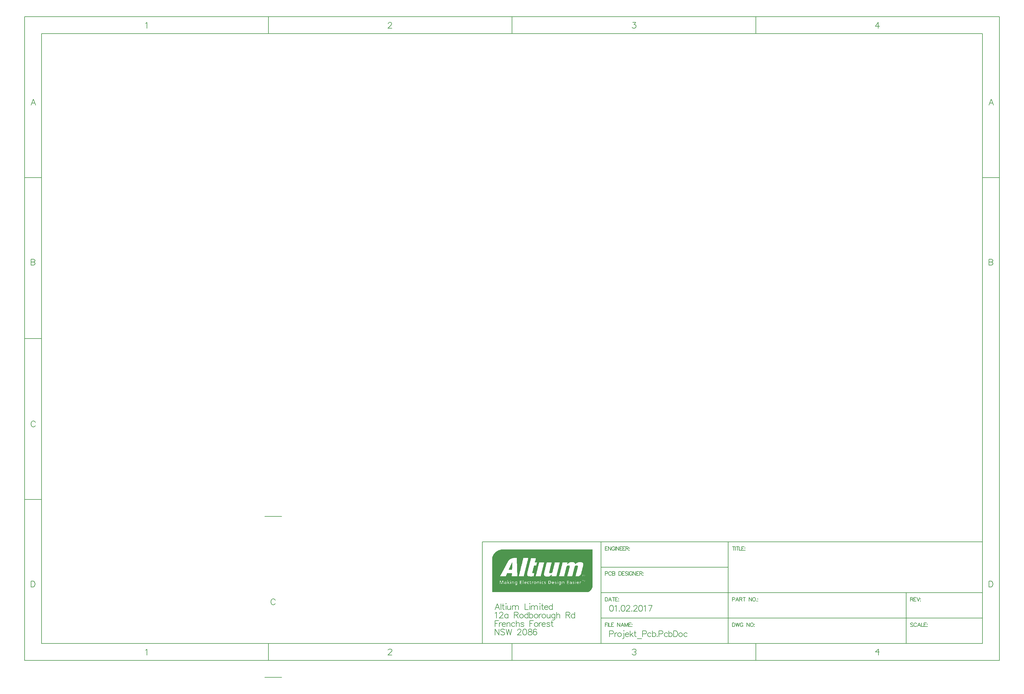
<source format=gbr>
G04 Layer_Color=0*
%FSLAX42Y42*%
%MOMM*%
%TF.FileFunction,Other,Mechanical_16*%
%TF.Part,Single*%
G01*
G75*
%TA.AperFunction,NonConductor*%
%ADD67C,0.05*%
%ADD68C,0.13*%
%ADD69C,0.18*%
D67*
X7455Y-3353D02*
X10325D01*
X7455Y-3348D02*
X10335D01*
X7455Y-3343D02*
X10345D01*
X7455Y-3338D02*
X10356D01*
X7455Y-3332D02*
X10361D01*
X7455Y-3327D02*
X10371D01*
X7455Y-3322D02*
X10376D01*
X7455Y-3317D02*
X10381D01*
X7455Y-3312D02*
X10386D01*
X7455Y-3307D02*
X10391D01*
X7455Y-3302D02*
X10396D01*
X7455Y-3297D02*
X10401D01*
X7455Y-3292D02*
X10406D01*
X7455Y-3287D02*
X10411D01*
X7455Y-3282D02*
X10417D01*
X7455Y-3277D02*
X10422D01*
X7455Y-3272D02*
X10422D01*
X7455Y-3266D02*
X10427D01*
X7455Y-3261D02*
X10432D01*
X7455Y-3256D02*
X10432D01*
X7455Y-3251D02*
X10437D01*
X7455Y-3246D02*
X10437D01*
X7455Y-3241D02*
X10442D01*
X7455Y-3236D02*
X10442D01*
X7455Y-3231D02*
X10442D01*
X7455Y-3226D02*
X10447D01*
X7455Y-3221D02*
X10447D01*
X7455Y-3216D02*
X10447D01*
X7455Y-3211D02*
X10452D01*
X7455Y-3205D02*
X10452D01*
X7455Y-3200D02*
X10452D01*
X7455Y-3195D02*
X10452D01*
X7455Y-3190D02*
X10452D01*
X7455Y-3185D02*
X10452D01*
X7455Y-3180D02*
X10452D01*
X7455Y-3175D02*
X10452D01*
X7455Y-3170D02*
X10452D01*
X7455Y-3165D02*
X10452D01*
X7455Y-3160D02*
X10452D01*
X7455Y-3155D02*
X10452D01*
X7455Y-3150D02*
X10452D01*
X7455Y-3145D02*
X10452D01*
X9502Y-3139D02*
X10452D01*
X8192D02*
X9461D01*
X7455D02*
X8146D01*
X9507Y-3134D02*
X10452D01*
X8197D02*
X9456D01*
X7455D02*
X8141D01*
X9512Y-3129D02*
X10452D01*
X8202D02*
X9456D01*
X7455D02*
X8141D01*
X9517Y-3124D02*
X10452D01*
X9467D02*
X9492D01*
X8202D02*
X9456D01*
X8151D02*
X8176D01*
X7455D02*
X8141D01*
X9517Y-3119D02*
X10452D01*
X8207D02*
X9497D01*
X7455D02*
X8181D01*
X9517Y-3114D02*
X10452D01*
X8207D02*
X9497D01*
X7455D02*
X8186D01*
X10096Y-3109D02*
X10452D01*
X10041D02*
X10076D01*
X9959D02*
X10000D01*
X9903D02*
X9939D01*
X9843D02*
X9863D01*
X9817D02*
X9822D01*
X9751D02*
X9787D01*
X9614D02*
X9690D01*
X9568D02*
X9599D01*
X9522D02*
X9548D01*
X9487D02*
X9502D01*
X9426D02*
X9467D01*
X9370D02*
X9406D01*
X9299D02*
X9329D01*
X9187D02*
X9258D01*
X9050D02*
X9136D01*
X8994D02*
X9009D01*
X8913D02*
X8959D01*
X8867D02*
X8893D01*
X8816D02*
X8847D01*
X8755D02*
X8796D01*
X8659D02*
X8720D01*
X8623D02*
X8644D01*
X8557D02*
X8593D01*
X8476D02*
X8522D01*
X8390D02*
X8435D01*
X8344D02*
X8369D01*
X8207D02*
X8283D01*
X8176D02*
X8186D01*
X8110D02*
X8151D01*
X8064D02*
X8090D01*
X8014D02*
X8044D01*
X7978D02*
X7993D01*
X7927D02*
X7953D01*
X7882D02*
X7907D01*
X7856D02*
X7866D01*
X7790D02*
X7826D01*
X7744D02*
X7770D01*
X7699D02*
X7724D01*
X7455D02*
X7678D01*
X10096Y-3104D02*
X10452D01*
X10046D02*
X10076D01*
X9959D02*
X9995D01*
X9909D02*
X9939D01*
X9843D02*
X9863D01*
X9751D02*
X9776D01*
X9614D02*
X9690D01*
X9568D02*
X9599D01*
X9522D02*
X9548D01*
X9497D02*
X9502D01*
X9426D02*
X9456D01*
X9375D02*
X9406D01*
X9304D02*
X9329D01*
X9197D02*
X9253D01*
X9055D02*
X9136D01*
X8994D02*
X9009D01*
X8913D02*
X8948D01*
X8867D02*
X8893D01*
X8816D02*
X8847D01*
X8766D02*
X8796D01*
X8659D02*
X8710D01*
X8623D02*
X8644D01*
X8557D02*
X8588D01*
X8476D02*
X8512D01*
X8390D02*
X8425D01*
X8344D02*
X8369D01*
X8207D02*
X8283D01*
X8110D02*
X8146D01*
X8064D02*
X8090D01*
X8014D02*
X8044D01*
X7973D02*
X7993D01*
X7927D02*
X7948D01*
X7882D02*
X7907D01*
X7790D02*
X7821D01*
X7744D02*
X7770D01*
X7699D02*
X7719D01*
X7455D02*
X7678D01*
X10096Y-3099D02*
X10452D01*
X10046D02*
X10076D01*
X9959D02*
X9990D01*
X9914D02*
X9939D01*
X9843D02*
X9863D01*
X9751D02*
X9776D01*
X9614D02*
X9690D01*
X9568D02*
X9599D01*
X9522D02*
X9548D01*
X9426D02*
X9451D01*
X9380D02*
X9406D01*
X9304D02*
X9329D01*
X9207D02*
X9248D01*
X9060D02*
X9136D01*
X8994D02*
X9009D01*
X8913D02*
X8943D01*
X8867D02*
X8893D01*
X8816D02*
X8847D01*
X8766D02*
X8796D01*
X8659D02*
X8705D01*
X8623D02*
X8644D01*
X8557D02*
X8583D01*
X8476D02*
X8506D01*
X8390D02*
X8420D01*
X8344D02*
X8369D01*
X8207D02*
X8283D01*
X8110D02*
X8141D01*
X8064D02*
X8090D01*
X8014D02*
X8044D01*
X7968D02*
X7993D01*
X7927D02*
X7943D01*
X7882D02*
X7907D01*
X7790D02*
X7816D01*
X7750D02*
X7770D01*
X7699D02*
X7719D01*
X7455D02*
X7678D01*
X10096Y-3094D02*
X10452D01*
X10046D02*
X10076D01*
X10010D02*
X10041D01*
X9959D02*
X9985D01*
X9914D02*
X9939D01*
X9843D02*
X9893D01*
X9797D02*
X9817D01*
X9715D02*
X9776D01*
X9614D02*
X9690D01*
X9568D02*
X9599D01*
X9522D02*
X9548D01*
X9477D02*
X9492D01*
X9426D02*
X9451D01*
X9380D02*
X9406D01*
X9304D02*
X9360D01*
X9268D02*
X9299D01*
X9213D02*
X9243D01*
X9157D02*
X9172D01*
X9060D02*
X9136D01*
X8969D02*
X9040D01*
X8913D02*
X8938D01*
X8867D02*
X8893D01*
X8816D02*
X8847D01*
X8771D02*
X8796D01*
X8725D02*
X8745D01*
X8659D02*
X8700D01*
X8608D02*
X8644D01*
X8532D02*
X8583D01*
X8476D02*
X8506D01*
X8440D02*
X8471D01*
X8390D02*
X8415D01*
X8303D02*
X8369D01*
X8207D02*
X8283D01*
X8166D02*
X8176D01*
X8110D02*
X8136D01*
X8064D02*
X8090D01*
X8014D02*
X8044D01*
X7963D02*
X7993D01*
X7927D02*
X7943D01*
X7882D02*
X7907D01*
X7836D02*
X7856D01*
X7790D02*
X7816D01*
X7750D02*
X7770D01*
X7699D02*
X7719D01*
X7455D02*
X7678D01*
X10096Y-3089D02*
X10452D01*
X10005D02*
X10076D01*
X9959D02*
X9985D01*
X9919D02*
X9939D01*
X9843D02*
X9893D01*
X9792D02*
X9822D01*
X9715D02*
X9776D01*
X9614D02*
X9690D01*
X9568D02*
X9599D01*
X9522D02*
X9548D01*
X9472D02*
X9497D01*
X9426D02*
X9446D01*
X9380D02*
X9406D01*
X9263D02*
X9360D01*
X9213D02*
X9243D01*
X9157D02*
X9182D01*
X9060D02*
X9136D01*
X8964D02*
X9040D01*
X8913D02*
X8938D01*
X8867D02*
X8893D01*
X8816D02*
X8847D01*
X8776D02*
X8796D01*
X8720D02*
X8750D01*
X8659D02*
X8700D01*
X8603D02*
X8644D01*
X8527D02*
X8583D01*
X8435D02*
X8501D01*
X8390D02*
X8415D01*
X8303D02*
X8369D01*
X8207D02*
X8283D01*
X8161D02*
X8181D01*
X8110D02*
X8136D01*
X8064D02*
X8090D01*
X8014D02*
X8044D01*
X7963D02*
X7993D01*
X7927D02*
X7938D01*
X7882D02*
X7907D01*
X7836D02*
X7861D01*
X7790D02*
X7816D01*
X7750D02*
X7770D01*
X7699D02*
X7714D01*
X7455D02*
X7678D01*
X10096Y-3084D02*
X10452D01*
X10000D02*
X10076D01*
X9959D02*
X9980D01*
X9914D02*
X9939D01*
X9843D02*
X9893D01*
X9797D02*
X9822D01*
X9715D02*
X9776D01*
X9614D02*
X9690D01*
X9568D02*
X9599D01*
X9522D02*
X9548D01*
X9472D02*
X9497D01*
X9426D02*
X9446D01*
X9380D02*
X9406D01*
X9258D02*
X9360D01*
X9218D02*
X9238D01*
X9157D02*
X9192D01*
X9060D02*
X9136D01*
X8959D02*
X9040D01*
X8913D02*
X8938D01*
X8867D02*
X8893D01*
X8816D02*
X8847D01*
X8776D02*
X8796D01*
X8720D02*
X8755D01*
X8659D02*
X8700D01*
X8603D02*
X8644D01*
X8522D02*
X8583D01*
X8430D02*
X8501D01*
X8390D02*
X8415D01*
X8303D02*
X8369D01*
X8207D02*
X8283D01*
X8156D02*
X8186D01*
X8110D02*
X8136D01*
X8064D02*
X8090D01*
X8014D02*
X8044D01*
X7958D02*
X7993D01*
X7927D02*
X7932D01*
X7882D02*
X7907D01*
X7836D02*
X7861D01*
X7790D02*
X7816D01*
X7755D02*
X7770D01*
X7699D02*
X7714D01*
X7455D02*
X7678D01*
X10096Y-3078D02*
X10452D01*
X10051D02*
X10076D01*
X9959D02*
X9980D01*
X9914D02*
X9939D01*
X9843D02*
X9883D01*
X9802D02*
X9822D01*
X9715D02*
X9776D01*
X9614D02*
X9690D01*
X9568D02*
X9599D01*
X9522D02*
X9548D01*
X9467D02*
X9502D01*
X9426D02*
X9446D01*
X9380D02*
X9406D01*
X9309D02*
X9345D01*
X9218D02*
X9238D01*
X9157D02*
X9192D01*
X9060D02*
X9136D01*
X8959D02*
X9025D01*
X8913D02*
X8938D01*
X8867D02*
X8893D01*
X8816D02*
X8847D01*
X8776D02*
X8796D01*
X8720D02*
X8755D01*
X8659D02*
X8700D01*
X8603D02*
X8644D01*
X8522D02*
X8583D01*
X8481D02*
X8501D01*
X8390D02*
X8415D01*
X8303D02*
X8369D01*
X8207D02*
X8283D01*
X8156D02*
X8186D01*
X8110D02*
X8136D01*
X8064D02*
X8090D01*
X8014D02*
X8044D01*
X7953D02*
X7993D01*
X7882D02*
X7907D01*
X7841D02*
X7861D01*
X7790D02*
X7816D01*
X7755D02*
X7770D01*
X7729D02*
X7734D01*
X7699D02*
X7714D01*
X7455D02*
X7678D01*
X10096Y-3073D02*
X10452D01*
X10051D02*
X10076D01*
X9959D02*
X9980D01*
X9914D02*
X9939D01*
X9843D02*
X9868D01*
X9715D02*
X9782D01*
X9614D02*
X9690D01*
X9568D02*
X9599D01*
X9522D02*
X9548D01*
X9467D02*
X9502D01*
X9426D02*
X9446D01*
X9375D02*
X9406D01*
X9309D02*
X9335D01*
X9218D02*
X9238D01*
X9157D02*
X9197D01*
X9060D02*
X9136D01*
X8959D02*
X9014D01*
X8913D02*
X8938D01*
X8867D02*
X8893D01*
X8816D02*
X8847D01*
X8776D02*
X8796D01*
X8720D02*
X8755D01*
X8664D02*
X8700D01*
X8603D02*
X8644D01*
X8522D02*
X8583D01*
X8481D02*
X8501D01*
X8390D02*
X8415D01*
X8303D02*
X8369D01*
X8207D02*
X8283D01*
X8156D02*
X8186D01*
X8110D02*
X8136D01*
X8064D02*
X8090D01*
X8014D02*
X8044D01*
X7948D02*
X7993D01*
X7882D02*
X7907D01*
X7790D02*
X7821D01*
X7755D02*
X7770D01*
X7729D02*
X7739D01*
X7699D02*
X7709D01*
X7455D02*
X7678D01*
X10096Y-3068D02*
X10452D01*
X10051D02*
X10076D01*
X9959D02*
X9980D01*
X9903D02*
X9939D01*
X9843D02*
X9863D01*
X9715D02*
X9787D01*
X9614D02*
X9690D01*
X9568D02*
X9599D01*
X9522D02*
X9548D01*
X9467D02*
X9502D01*
X9426D02*
X9446D01*
X9370D02*
X9406D01*
X9309D02*
X9329D01*
X9223D02*
X9238D01*
X9157D02*
X9197D01*
X9050D02*
X9136D01*
X8959D02*
X9009D01*
X8913D02*
X8938D01*
X8867D02*
X8893D01*
X8816D02*
X8847D01*
X8776D02*
X8796D01*
X8720D02*
X8755D01*
X8664D02*
X8700D01*
X8603D02*
X8644D01*
X8522D02*
X8583D01*
X8481D02*
X8501D01*
X8390D02*
X8415D01*
X8303D02*
X8369D01*
X8207D02*
X8283D01*
X8156D02*
X8186D01*
X8110D02*
X8136D01*
X8064D02*
X8090D01*
X8014D02*
X8044D01*
X7948D02*
X7993D01*
X7882D02*
X7907D01*
X7790D02*
X7826D01*
X7760D02*
X7770D01*
X7729D02*
X7739D01*
X7699D02*
X7709D01*
X7455D02*
X7678D01*
X10096Y-3063D02*
X10452D01*
X10051D02*
X10076D01*
X10000D02*
X10030D01*
X9959D02*
X9980D01*
X9888D02*
X9939D01*
X9843D02*
X9863D01*
X9751D02*
X9822D01*
X9614D02*
X9690D01*
X9568D02*
X9594D01*
X9522D02*
X9548D01*
X9467D02*
X9497D01*
X9426D02*
X9446D01*
X9355D02*
X9406D01*
X9309D02*
X9329D01*
X9258D02*
X9289D01*
X9223D02*
X9238D01*
X9157D02*
X9197D01*
X9035D02*
X9136D01*
X8959D02*
X9009D01*
X8913D02*
X8938D01*
X8867D02*
X8893D01*
X8821D02*
X8847D01*
X8776D02*
X8796D01*
X8720D02*
X8755D01*
X8664D02*
X8700D01*
X8603D02*
X8644D01*
X8522D02*
X8583D01*
X8481D02*
X8501D01*
X8430D02*
X8466D01*
X8390D02*
X8415D01*
X8339D02*
X8369D01*
X8207D02*
X8283D01*
X8156D02*
X8186D01*
X8110D02*
X8136D01*
X8064D02*
X8090D01*
X8014D02*
X8044D01*
X7953D02*
X7993D01*
X7882D02*
X7907D01*
X7790D02*
X7861D01*
X7760D02*
X7770D01*
X7729D02*
X7739D01*
X7699D02*
X7709D01*
X7455D02*
X7678D01*
X10102Y-3058D02*
X10452D01*
X10051D02*
X10076D01*
X10000D02*
X10030D01*
X9959D02*
X9985D01*
X9883D02*
X9939D01*
X9843D02*
X9863D01*
X9751D02*
X9822D01*
X9614D02*
X9690D01*
X9573D02*
X9594D01*
X9522D02*
X9548D01*
X9472D02*
X9497D01*
X9426D02*
X9446D01*
X9350D02*
X9406D01*
X9309D02*
X9329D01*
X9258D02*
X9289D01*
X9223D02*
X9243D01*
X9157D02*
X9197D01*
X9030D02*
X9136D01*
X8964D02*
X9009D01*
X8913D02*
X8938D01*
X8867D02*
X8893D01*
X8821D02*
X8847D01*
X8776D02*
X8796D01*
X8720D02*
X8750D01*
X8664D02*
X8700D01*
X8603D02*
X8644D01*
X8527D02*
X8583D01*
X8481D02*
X8501D01*
X8435D02*
X8461D01*
X8390D02*
X8415D01*
X8339D02*
X8369D01*
X8207D02*
X8283D01*
X8156D02*
X8186D01*
X8110D02*
X8136D01*
X8064D02*
X8090D01*
X8014D02*
X8044D01*
X7958D02*
X7993D01*
X7927D02*
X7932D01*
X7882D02*
X7907D01*
X7790D02*
X7861D01*
X7760D02*
X7770D01*
X7724D02*
X7744D01*
X7699D02*
X7709D01*
X7455D02*
X7678D01*
X10117Y-3053D02*
X10452D01*
X10046D02*
X10076D01*
X10005D02*
X10030D01*
X9959D02*
X9985D01*
X9883D02*
X9939D01*
X9837D02*
X9863D01*
X9792D02*
X9817D01*
X9751D02*
X9782D01*
X9614D02*
X9690D01*
X9573D02*
X9594D01*
X9522D02*
X9548D01*
X9477D02*
X9492D01*
X9426D02*
X9451D01*
X9350D02*
X9406D01*
X9304D02*
X9329D01*
X9263D02*
X9289D01*
X9223D02*
X9243D01*
X9157D02*
X9197D01*
X9030D02*
X9136D01*
X8964D02*
X9009D01*
X8913D02*
X8938D01*
X8867D02*
X8893D01*
X8826D02*
X8842D01*
X8771D02*
X8796D01*
X8725D02*
X8745D01*
X8684D02*
X8700D01*
X8603D02*
X8644D01*
X8532D02*
X8583D01*
X8481D02*
X8506D01*
X8435D02*
X8461D01*
X8390D02*
X8415D01*
X8339D02*
X8369D01*
X8207D02*
X8283D01*
X8161D02*
X8181D01*
X8110D02*
X8136D01*
X8070D02*
X8090D01*
X8014D02*
X8044D01*
X7958D02*
X7993D01*
X7927D02*
X7938D01*
X7882D02*
X7907D01*
X7831D02*
X7861D01*
X7790D02*
X7821D01*
X7765D02*
X7770D01*
X7724D02*
X7744D01*
X7699D02*
X7704D01*
X7455D02*
X7678D01*
X10117Y-3048D02*
X10452D01*
X10046D02*
X10076D01*
X9959D02*
X9990D01*
X9914D02*
X9939D01*
X9837D02*
X9863D01*
X9715D02*
X9782D01*
X9614D02*
X9690D01*
X9522D02*
X9548D01*
X9426D02*
X9451D01*
X9375D02*
X9406D01*
X9304D02*
X9329D01*
X9218D02*
X9248D01*
X9157D02*
X9197D01*
X9060D02*
X9136D01*
X8989D02*
X9009D01*
X8913D02*
X8943D01*
X8862D02*
X8893D01*
X8766D02*
X8796D01*
X8684D02*
X8705D01*
X8618D02*
X8644D01*
X8557D02*
X8567D01*
X8476D02*
X8506D01*
X8390D02*
X8420D01*
X8303D02*
X8369D01*
X8207D02*
X8283D01*
X8110D02*
X8141D01*
X8014D02*
X8044D01*
X7963D02*
X7993D01*
X7927D02*
X7943D01*
X7877D02*
X7907D01*
X7790D02*
X7821D01*
X7765D02*
X7770D01*
X7724D02*
X7744D01*
X7699D02*
X7704D01*
X7455D02*
X7678D01*
X10117Y-3043D02*
X10452D01*
X10091D02*
X10096D01*
X10041D02*
X10076D01*
X9959D02*
X9995D01*
X9914D02*
X9939D01*
X9832D02*
X9868D01*
X9715D02*
X9782D01*
X9609D02*
X9690D01*
X9522D02*
X9548D01*
X9426D02*
X9456D01*
X9380D02*
X9406D01*
X9299D02*
X9335D01*
X9218D02*
X9248D01*
X9157D02*
X9192D01*
X9060D02*
X9136D01*
X8989D02*
X9014D01*
X8913D02*
X8948D01*
X8862D02*
X8893D01*
X8766D02*
X8796D01*
X8684D02*
X8710D01*
X8659D02*
X8664D01*
X8618D02*
X8644D01*
X8557D02*
X8567D01*
X8471D02*
X8512D01*
X8390D02*
X8425D01*
X8303D02*
X8369D01*
X8207D02*
X8283D01*
X8105D02*
X8146D01*
X8014D02*
X8044D01*
X7968D02*
X7993D01*
X7927D02*
X7943D01*
X7877D02*
X7907D01*
X7790D02*
X7821D01*
X7765D02*
X7770D01*
X7719D02*
X7744D01*
X7455D02*
X7678D01*
X10244Y-3038D02*
X10452D01*
X10224D02*
X10239D01*
X10203D02*
X10213D01*
X10173D02*
X10193D01*
X10117D02*
X10168D01*
X10091D02*
X10102D01*
X10036D02*
X10076D01*
X9959D02*
X10000D01*
X9914D02*
X9939D01*
X9827D02*
X9873D01*
X9715D02*
X9787D01*
X9604D02*
X9690D01*
X9568D02*
X9573D01*
X9522D02*
X9548D01*
X9492D02*
X9502D01*
X9426D02*
X9461D01*
X9380D02*
X9406D01*
X9294D02*
X9340D01*
X9218D02*
X9258D01*
X9157D02*
X9192D01*
X9060D02*
X9136D01*
X8994D02*
X9020D01*
X8913D02*
X8954D01*
X8857D02*
X8893D01*
X8816D02*
X8826D01*
X8755D02*
X8796D01*
X8684D02*
X8720D01*
X8659D02*
X8669D01*
X8618D02*
X8644D01*
X8557D02*
X8567D01*
X8466D02*
X8522D01*
X8390D02*
X8430D01*
X8303D02*
X8369D01*
X8207D02*
X8283D01*
X8181D02*
X8186D01*
X8100D02*
X8151D01*
X8059D02*
X8070D01*
X8014D02*
X8044D01*
X7973D02*
X7993D01*
X7927D02*
X7948D01*
X7871D02*
X7907D01*
X7790D02*
X7826D01*
X7719D02*
X7750D01*
X7455D02*
X7678D01*
X10244Y-3033D02*
X10452D01*
X10229D02*
X10239D01*
X10203D02*
X10213D01*
X10173D02*
X10193D01*
X9715D02*
X10168D01*
X9213D02*
X9690D01*
X9157D02*
X9187D01*
X8603D02*
X9136D01*
X8390D02*
X8583D01*
X8303D02*
X8369D01*
X7927D02*
X8283D01*
X7790D02*
X7907D01*
X7719D02*
X7750D01*
X7455D02*
X7678D01*
X10244Y-3028D02*
X10452D01*
X10229D02*
X10239D01*
X10203D02*
X10208D01*
X10173D02*
X10193D01*
X9715D02*
X10168D01*
X9213D02*
X9690D01*
X9157D02*
X9177D01*
X8603D02*
X9136D01*
X8390D02*
X8583D01*
X8303D02*
X8369D01*
X7927D02*
X8283D01*
X7790D02*
X7907D01*
X7714D02*
X7750D01*
X7455D02*
X7678D01*
X10244Y-3023D02*
X10452D01*
X10234D02*
X10239D01*
X10218D02*
X10224D01*
X10203D02*
X10208D01*
X10173D02*
X10193D01*
X9751D02*
X10168D01*
X9207D02*
X9690D01*
X8603D02*
X9136D01*
X8390D02*
X8583D01*
X8344D02*
X8369D01*
X7927D02*
X8283D01*
X7790D02*
X7907D01*
X7714D02*
X7755D01*
X7455D02*
X7678D01*
X10244Y-3018D02*
X10452D01*
X10234D02*
X10239D01*
X10213D02*
X10224D01*
X10173D02*
X10193D01*
X9959D02*
X10168D01*
X9751D02*
X9939D01*
X9426D02*
X9690D01*
X9202D02*
X9406D01*
X8913D02*
X9136D01*
X8603D02*
X8893D01*
X8390D02*
X8593D01*
X8344D02*
X8369D01*
X8014D02*
X8283D01*
X7927D02*
X7993D01*
X7790D02*
X7907D01*
X7714D02*
X7755D01*
X7455D02*
X7678D01*
X10244Y-3012D02*
X10452D01*
X10213D02*
X10229D01*
X10173D02*
X10193D01*
X9959D02*
X10168D01*
X9751D02*
X9939D01*
X9426D02*
X9690D01*
X9187D02*
X9406D01*
X8913D02*
X9136D01*
X8390D02*
X8893D01*
X8344D02*
X8369D01*
X8014D02*
X8283D01*
X7927D02*
X7993D01*
X7790D02*
X7907D01*
X7709D02*
X7755D01*
X7455D02*
X7678D01*
X10244Y-3007D02*
X10452D01*
X10208D02*
X10229D01*
X10173D02*
X10193D01*
X9959D02*
X10168D01*
X9426D02*
X9939D01*
X8913D02*
X9406D01*
X8390D02*
X8893D01*
X8014D02*
X8369D01*
X7927D02*
X7993D01*
X7455D02*
X7907D01*
X10244Y-3002D02*
X10452D01*
X10208D02*
X10234D01*
X10188D02*
X10193D01*
X8390D02*
X10152D01*
X7927D02*
X8369D01*
X7455D02*
X7907D01*
X7455Y-2997D02*
X10452D01*
X7455Y-2992D02*
X10452D01*
X7455Y-2987D02*
X10452D01*
X7455Y-2982D02*
X10452D01*
X7455Y-2977D02*
X10452D01*
X7455Y-2972D02*
X10452D01*
X7455Y-2967D02*
X10452D01*
X7455Y-2962D02*
X10452D01*
X7455Y-2957D02*
X10452D01*
X7455Y-2951D02*
X10452D01*
X7455Y-2946D02*
X10452D01*
X7455Y-2941D02*
X10452D01*
X7455Y-2936D02*
X10452D01*
X7455Y-2931D02*
X10452D01*
X7455Y-2926D02*
X10452D01*
X7455Y-2921D02*
X10452D01*
X7455Y-2916D02*
X10452D01*
X7455Y-2911D02*
X10452D01*
X7455Y-2906D02*
X10452D01*
X7455Y-2901D02*
X10452D01*
X7455Y-2896D02*
X10452D01*
X9131Y-2891D02*
X10452D01*
X7455D02*
X9075D01*
X9157Y-2885D02*
X10452D01*
X8649D02*
X9050D01*
X7455D02*
X8588D01*
X10244Y-2880D02*
X10452D01*
X10224D02*
X10239D01*
X10203D02*
X10213D01*
X10173D02*
X10193D01*
X10036D02*
X10163D01*
X9858D02*
X9944D01*
X9614D02*
X9700D01*
X9380D02*
X9456D01*
X9172D02*
X9223D01*
X8908D02*
X9040D01*
X8694D02*
X8755D01*
X8400D02*
X8542D01*
X8212D02*
X8247D01*
X7866D02*
X8034D01*
X7455D02*
X7683D01*
X10244Y-2875D02*
X10452D01*
X10229D02*
X10239D01*
X10203D02*
X10213D01*
X10173D02*
X10193D01*
X10056D02*
X10163D01*
X9858D02*
X9949D01*
X9614D02*
X9700D01*
X9380D02*
X9456D01*
X9182D02*
X9228D01*
X8913D02*
X9030D01*
X8700D02*
X8755D01*
X8405D02*
X8527D01*
X8212D02*
X8247D01*
X7866D02*
X8034D01*
X7455D02*
X7689D01*
X10244Y-2870D02*
X10452D01*
X10229D02*
X10239D01*
X10203D02*
X10213D01*
X10173D02*
X10193D01*
X10066D02*
X10163D01*
X9858D02*
X9949D01*
X9614D02*
X9705D01*
X9380D02*
X9456D01*
X9192D02*
X9228D01*
X8913D02*
X9020D01*
X8700D02*
X8755D01*
X8405D02*
X8517D01*
X8212D02*
X8247D01*
X7871D02*
X8034D01*
X7455D02*
X7689D01*
X10244Y-2865D02*
X10452D01*
X10229D02*
X10239D01*
X10218D02*
X10224D01*
X10203D02*
X10208D01*
X10173D02*
X10193D01*
X10076D02*
X10163D01*
X9858D02*
X9949D01*
X9614D02*
X9705D01*
X9385D02*
X9461D01*
X9197D02*
X9228D01*
X8913D02*
X9014D01*
X8700D02*
X8755D01*
X8405D02*
X8506D01*
X8212D02*
X8252D01*
X7871D02*
X8034D01*
X7455D02*
X7694D01*
X10244Y-2860D02*
X10452D01*
X10234D02*
X10239D01*
X10213D02*
X10224D01*
X10203D02*
X10208D01*
X10173D02*
X10193D01*
X10081D02*
X10163D01*
X9863D02*
X9949D01*
X9619D02*
X9705D01*
X9385D02*
X9461D01*
X9207D02*
X9228D01*
X8913D02*
X9009D01*
X8700D02*
X8760D01*
X8405D02*
X8501D01*
X8212D02*
X8252D01*
X7871D02*
X8034D01*
X7455D02*
X7694D01*
X10244Y-2855D02*
X10452D01*
X10234D02*
X10239D01*
X10213D02*
X10229D01*
X10173D02*
X10193D01*
X10091D02*
X10163D01*
X9863D02*
X9954D01*
X9619D02*
X9705D01*
X9385D02*
X9461D01*
X9213D02*
X9233D01*
X8918D02*
X9009D01*
X8705D02*
X8760D01*
X8410D02*
X8501D01*
X8212D02*
X8252D01*
X7877D02*
X8034D01*
X7455D02*
X7699D01*
X10244Y-2850D02*
X10452D01*
X10213D02*
X10229D01*
X10173D02*
X10193D01*
X10096D02*
X10163D01*
X9863D02*
X9954D01*
X9619D02*
X9710D01*
X9385D02*
X9461D01*
X9218D02*
X9233D01*
X8918D02*
X9004D01*
X8705D02*
X8760D01*
X8410D02*
X8496D01*
X8212D02*
X8252D01*
X7877D02*
X8034D01*
X7455D02*
X7699D01*
X10244Y-2845D02*
X10452D01*
X10208D02*
X10229D01*
X10173D02*
X10193D01*
X10102D02*
X10163D01*
X9863D02*
X9954D01*
X9619D02*
X9710D01*
X9390D02*
X9467D01*
X9223D02*
X9233D01*
X8918D02*
X9004D01*
X8705D02*
X8760D01*
X8410D02*
X8496D01*
X8212D02*
X8258D01*
X7882D02*
X8034D01*
X7455D02*
X7704D01*
X10244Y-2840D02*
X10452D01*
X10208D02*
X10234D01*
X10188D02*
X10193D01*
X10102D02*
X10152D01*
X9868D02*
X9954D01*
X9624D02*
X9710D01*
X9390D02*
X9467D01*
X9228D02*
X9233D01*
X8918D02*
X9004D01*
X8705D02*
X8766D01*
X8410D02*
X8496D01*
X8212D02*
X8258D01*
X7882D02*
X8034D01*
X7455D02*
X7709D01*
X10107Y-2835D02*
X10452D01*
X9868D02*
X9959D01*
X9624D02*
X9710D01*
X9390D02*
X9467D01*
X8923D02*
X8999D01*
X8710D02*
X8766D01*
X8415D02*
X8496D01*
X8212D02*
X8258D01*
X7887D02*
X8034D01*
X7455D02*
X7709D01*
X10112Y-2830D02*
X10452D01*
X9868D02*
X9959D01*
X9624D02*
X9715D01*
X9390D02*
X9467D01*
X8923D02*
X8999D01*
X8710D02*
X8766D01*
X8415D02*
X8496D01*
X8212D02*
X8258D01*
X7887D02*
X8039D01*
X7455D02*
X7714D01*
X10112Y-2824D02*
X10452D01*
X9868D02*
X9959D01*
X9624D02*
X9715D01*
X9395D02*
X9472D01*
X8923D02*
X8999D01*
X8710D02*
X8766D01*
X8415D02*
X8496D01*
X8212D02*
X8263D01*
X7887D02*
X8039D01*
X7455D02*
X7714D01*
X10117Y-2819D02*
X10452D01*
X9873D02*
X9959D01*
X9629D02*
X9715D01*
X9395D02*
X9472D01*
X8923D02*
X8999D01*
X8710D02*
X8771D01*
X8415D02*
X8496D01*
X8212D02*
X8263D01*
X7892D02*
X8039D01*
X7455D02*
X7719D01*
X10117Y-2814D02*
X10452D01*
X9873D02*
X9964D01*
X9629D02*
X9715D01*
X9395D02*
X9472D01*
X8928D02*
X8999D01*
X8715D02*
X8771D01*
X8420D02*
X8496D01*
X8212D02*
X8263D01*
X7892D02*
X8039D01*
X7455D02*
X7719D01*
X10122Y-2809D02*
X10452D01*
X9873D02*
X9964D01*
X9629D02*
X9721D01*
X9395D02*
X9472D01*
X8928D02*
X8999D01*
X8715D02*
X8771D01*
X8420D02*
X8496D01*
X8212D02*
X8263D01*
X7897D02*
X8039D01*
X7455D02*
X7724D01*
X10122Y-2804D02*
X10452D01*
X9873D02*
X9964D01*
X9629D02*
X9721D01*
X9401D02*
X9477D01*
X8928D02*
X8999D01*
X8715D02*
X8771D01*
X8420D02*
X8496D01*
X8212D02*
X8268D01*
X7897D02*
X8039D01*
X7455D02*
X7724D01*
X10122Y-2799D02*
X10452D01*
X9878D02*
X9964D01*
X9634D02*
X9721D01*
X9401D02*
X9477D01*
X8928D02*
X8999D01*
X8715D02*
X8776D01*
X8420D02*
X8496D01*
X8212D02*
X8268D01*
X7902D02*
X8039D01*
X7455D02*
X7729D01*
X10122Y-2794D02*
X10452D01*
X9878D02*
X9969D01*
X9634D02*
X9721D01*
X9401D02*
X9477D01*
X8933D02*
X8999D01*
X8720D02*
X8776D01*
X8425D02*
X8496D01*
X8212D02*
X8268D01*
X7902D02*
X8039D01*
X7455D02*
X7729D01*
X10127Y-2789D02*
X10452D01*
X9878D02*
X9969D01*
X9634D02*
X9726D01*
X9401D02*
X9477D01*
X8933D02*
X9004D01*
X8720D02*
X8776D01*
X8425D02*
X8496D01*
X8212D02*
X8268D01*
X7907D02*
X8039D01*
X7455D02*
X7734D01*
X10127Y-2784D02*
X10452D01*
X9878D02*
X9969D01*
X9634D02*
X9726D01*
X9406D02*
X9482D01*
X9177D02*
X9228D01*
X8933D02*
X9004D01*
X8669D02*
X8776D01*
X8425D02*
X8501D01*
X8212D02*
X8273D01*
X7455D02*
X7734D01*
X10127Y-2779D02*
X10452D01*
X9883D02*
X9969D01*
X9639D02*
X9726D01*
X9406D02*
X9482D01*
X9172D02*
X9238D01*
X8933D02*
X9004D01*
X8664D02*
X8781D01*
X8425D02*
X8501D01*
X8212D02*
X8273D01*
X7455D02*
X7739D01*
X10127Y-2774D02*
X10452D01*
X9883D02*
X9975D01*
X9639D02*
X9726D01*
X9406D02*
X9482D01*
X9172D02*
X9243D01*
X8938D02*
X9004D01*
X8664D02*
X8781D01*
X8430D02*
X8501D01*
X8212D02*
X8273D01*
X7455D02*
X7744D01*
X10132Y-2769D02*
X10452D01*
X9883D02*
X9975D01*
X9639D02*
X9731D01*
X9406D02*
X9482D01*
X9167D02*
X9248D01*
X8938D02*
X9009D01*
X8659D02*
X8781D01*
X8430D02*
X8501D01*
X8212D02*
X8273D01*
X7455D02*
X7744D01*
X10132Y-2764D02*
X10452D01*
X9883D02*
X9975D01*
X9639D02*
X9731D01*
X9411D02*
X9487D01*
X9167D02*
X9248D01*
X8938D02*
X9009D01*
X8664D02*
X8781D01*
X8430D02*
X8506D01*
X8207D02*
X8278D01*
X7455D02*
X7750D01*
X10132Y-2758D02*
X10452D01*
X9888D02*
X9975D01*
X9644D02*
X9731D01*
X9411D02*
X9487D01*
X9167D02*
X9253D01*
X8938D02*
X9009D01*
X8664D02*
X8786D01*
X8430D02*
X8506D01*
X8207D02*
X8278D01*
X7455D02*
X7750D01*
X10132Y-2753D02*
X10452D01*
X9888D02*
X9980D01*
X9644D02*
X9731D01*
X9411D02*
X9487D01*
X9167D02*
X9253D01*
X8943D02*
X9009D01*
X8664D02*
X8786D01*
X8435D02*
X8506D01*
X8207D02*
X8278D01*
X7455D02*
X7755D01*
X10137Y-2748D02*
X10452D01*
X9888D02*
X9980D01*
X9644D02*
X9736D01*
X9411D02*
X9487D01*
X9167D02*
X9258D01*
X8943D02*
X9014D01*
X8664D02*
X8786D01*
X8435D02*
X8506D01*
X8207D02*
X8278D01*
X7455D02*
X7755D01*
X10137Y-2743D02*
X10452D01*
X9888D02*
X9980D01*
X9644D02*
X9736D01*
X9416D02*
X9492D01*
X9172D02*
X9258D01*
X8943D02*
X9014D01*
X8664D02*
X8786D01*
X8435D02*
X8512D01*
X8207D02*
X8283D01*
X7455D02*
X7760D01*
X10137Y-2738D02*
X10452D01*
X9893D02*
X9980D01*
X9649D02*
X9736D01*
X9416D02*
X9492D01*
X9172D02*
X9258D01*
X8943D02*
X9014D01*
X8669D02*
X8791D01*
X8435D02*
X8512D01*
X8207D02*
X8283D01*
X7455D02*
X7760D01*
X10137Y-2733D02*
X10452D01*
X9893D02*
X9985D01*
X9649D02*
X9736D01*
X9416D02*
X9492D01*
X9172D02*
X9258D01*
X8948D02*
X9014D01*
X8669D02*
X8791D01*
X8440D02*
X8512D01*
X8207D02*
X8283D01*
X7455D02*
X7765D01*
X10142Y-2728D02*
X10452D01*
X9893D02*
X9985D01*
X9649D02*
X9741D01*
X9416D02*
X9492D01*
X9172D02*
X9263D01*
X8948D02*
X9020D01*
X8669D02*
X8791D01*
X8440D02*
X8512D01*
X8207D02*
X8283D01*
X7455D02*
X7765D01*
X10142Y-2723D02*
X10452D01*
X9893D02*
X9985D01*
X9649D02*
X9741D01*
X9421D02*
X9497D01*
X9177D02*
X9263D01*
X8948D02*
X9020D01*
X8669D02*
X8791D01*
X8440D02*
X8517D01*
X8207D02*
X8288D01*
X7455D02*
X7770D01*
X10142Y-2718D02*
X10452D01*
X9898D02*
X9985D01*
X9655D02*
X9741D01*
X9421D02*
X9497D01*
X9177D02*
X9263D01*
X8948D02*
X9020D01*
X8674D02*
X8796D01*
X8440D02*
X8517D01*
X8207D02*
X8288D01*
X7455D02*
X7770D01*
X10142Y-2713D02*
X10452D01*
X9898D02*
X9990D01*
X9655D02*
X9741D01*
X9421D02*
X9497D01*
X9177D02*
X9263D01*
X8954D02*
X9020D01*
X8674D02*
X8796D01*
X8446D02*
X8517D01*
X8207D02*
X8288D01*
X7455D02*
X7775D01*
X10147Y-2708D02*
X10452D01*
X9898D02*
X9990D01*
X9655D02*
X9746D01*
X9421D02*
X9497D01*
X9177D02*
X9268D01*
X8954D02*
X9025D01*
X8674D02*
X8796D01*
X8446D02*
X8517D01*
X8207D02*
X8288D01*
X7455D02*
X7775D01*
X10147Y-2703D02*
X10452D01*
X9898D02*
X9990D01*
X9655D02*
X9746D01*
X9426D02*
X9502D01*
X9182D02*
X9268D01*
X8954D02*
X9025D01*
X8674D02*
X8796D01*
X8446D02*
X8522D01*
X8207D02*
X8293D01*
X7455D02*
X7780D01*
X10147Y-2697D02*
X10452D01*
X9903D02*
X9990D01*
X9660D02*
X9746D01*
X9426D02*
X9502D01*
X9182D02*
X9268D01*
X8954D02*
X9025D01*
X8679D02*
X8801D01*
X8446D02*
X8522D01*
X8207D02*
X8293D01*
X7455D02*
X7785D01*
X10147Y-2692D02*
X10452D01*
X9903D02*
X9995D01*
X9660D02*
X9746D01*
X9426D02*
X9502D01*
X9182D02*
X9268D01*
X8959D02*
X9025D01*
X8679D02*
X8801D01*
X8451D02*
X8522D01*
X8207D02*
X8293D01*
X7455D02*
X7785D01*
X10152Y-2687D02*
X10452D01*
X9903D02*
X9995D01*
X9660D02*
X9751D01*
X9426D02*
X9502D01*
X9182D02*
X9274D01*
X8959D02*
X9030D01*
X8679D02*
X8801D01*
X8451D02*
X8522D01*
X8207D02*
X8293D01*
X7455D02*
X7790D01*
X10152Y-2682D02*
X10452D01*
X9903D02*
X9995D01*
X9660D02*
X9751D01*
X9431D02*
X9507D01*
X9187D02*
X9274D01*
X8959D02*
X9030D01*
X8679D02*
X8801D01*
X8451D02*
X8527D01*
X8207D02*
X8298D01*
X7455D02*
X7790D01*
X10152Y-2677D02*
X10452D01*
X9909D02*
X9995D01*
X9665D02*
X9751D01*
X9431D02*
X9507D01*
X9187D02*
X9274D01*
X8959D02*
X9030D01*
X8684D02*
X8806D01*
X8451D02*
X8527D01*
X8207D02*
X8298D01*
X7953D02*
X8044D01*
X7455D02*
X7795D01*
X10152Y-2672D02*
X10452D01*
X9909D02*
X10000D01*
X9665D02*
X9751D01*
X9431D02*
X9507D01*
X9187D02*
X9274D01*
X8964D02*
X9030D01*
X8684D02*
X8806D01*
X8456D02*
X8527D01*
X8207D02*
X8298D01*
X7958D02*
X8044D01*
X7455D02*
X7795D01*
X10157Y-2667D02*
X10452D01*
X9909D02*
X10000D01*
X9665D02*
X9756D01*
X9431D02*
X9507D01*
X9187D02*
X9279D01*
X8964D02*
X9035D01*
X8684D02*
X8806D01*
X8456D02*
X8527D01*
X8207D02*
X8298D01*
X7958D02*
X8044D01*
X7455D02*
X7800D01*
X10157Y-2662D02*
X10452D01*
X9909D02*
X10000D01*
X9665D02*
X9756D01*
X9436D02*
X9512D01*
X9192D02*
X9279D01*
X8964D02*
X9035D01*
X8684D02*
X8806D01*
X8456D02*
X8532D01*
X8207D02*
X8303D01*
X7963D02*
X8044D01*
X7455D02*
X7800D01*
X10157Y-2657D02*
X10452D01*
X9914D02*
X10000D01*
X9670D02*
X9756D01*
X9436D02*
X9512D01*
X9192D02*
X9279D01*
X8964D02*
X9035D01*
X8689D02*
X8811D01*
X8456D02*
X8532D01*
X8207D02*
X8303D01*
X7963D02*
X8044D01*
X7455D02*
X7805D01*
X10157Y-2652D02*
X10452D01*
X9914D02*
X10005D01*
X9670D02*
X9756D01*
X9436D02*
X9512D01*
X9192D02*
X9279D01*
X8969D02*
X9035D01*
X8689D02*
X8811D01*
X8461D02*
X8532D01*
X8207D02*
X8303D01*
X7968D02*
X8044D01*
X7455D02*
X7805D01*
X10163Y-2647D02*
X10452D01*
X9914D02*
X10005D01*
X9670D02*
X9761D01*
X9436D02*
X9512D01*
X9192D02*
X9284D01*
X8969D02*
X9040D01*
X8689D02*
X8811D01*
X8461D02*
X8532D01*
X8207D02*
X8303D01*
X7968D02*
X8044D01*
X7455D02*
X7811D01*
X10163Y-2642D02*
X10452D01*
X9914D02*
X10005D01*
X9670D02*
X9761D01*
X9441D02*
X9517D01*
X9197D02*
X9284D01*
X8969D02*
X9040D01*
X8689D02*
X8811D01*
X8461D02*
X8537D01*
X8207D02*
X8308D01*
X7968D02*
X8049D01*
X7455D02*
X7811D01*
X10163Y-2637D02*
X10452D01*
X9919D02*
X10005D01*
X9675D02*
X9761D01*
X9441D02*
X9517D01*
X9197D02*
X9284D01*
X8969D02*
X9040D01*
X8694D02*
X8816D01*
X8461D02*
X8537D01*
X8207D02*
X8308D01*
X7973D02*
X8049D01*
X7455D02*
X7816D01*
X10163Y-2631D02*
X10452D01*
X9919D02*
X10010D01*
X9675D02*
X9761D01*
X9441D02*
X9517D01*
X9197D02*
X9284D01*
X8974D02*
X9040D01*
X8694D02*
X8816D01*
X8466D02*
X8537D01*
X8202D02*
X8308D01*
X7973D02*
X8049D01*
X7455D02*
X7821D01*
X10168Y-2626D02*
X10452D01*
X9919D02*
X10010D01*
X9675D02*
X9766D01*
X9441D02*
X9517D01*
X9197D02*
X9289D01*
X8974D02*
X9045D01*
X8694D02*
X8816D01*
X8466D02*
X8537D01*
X8202D02*
X8308D01*
X7978D02*
X8049D01*
X7455D02*
X7821D01*
X10168Y-2621D02*
X10452D01*
X9919D02*
X10010D01*
X9675D02*
X9766D01*
X9446D02*
X9522D01*
X9202D02*
X9289D01*
X8974D02*
X9045D01*
X8694D02*
X8816D01*
X8466D02*
X8542D01*
X8202D02*
X8313D01*
X7978D02*
X8049D01*
X7455D02*
X7826D01*
X10168Y-2616D02*
X10452D01*
X9924D02*
X10010D01*
X9680D02*
X9766D01*
X9446D02*
X9522D01*
X9202D02*
X9289D01*
X8974D02*
X9045D01*
X8700D02*
X8821D01*
X8466D02*
X8542D01*
X8202D02*
X8313D01*
X7983D02*
X8049D01*
X7455D02*
X7826D01*
X10168Y-2611D02*
X10452D01*
X9924D02*
X10015D01*
X9680D02*
X9766D01*
X9446D02*
X9522D01*
X9202D02*
X9289D01*
X8979D02*
X9045D01*
X8700D02*
X8821D01*
X8471D02*
X8542D01*
X8202D02*
X8313D01*
X7983D02*
X8049D01*
X7455D02*
X7831D01*
X10173Y-2606D02*
X10452D01*
X9924D02*
X10015D01*
X9680D02*
X9771D01*
X9446D02*
X9522D01*
X9202D02*
X9294D01*
X8979D02*
X9050D01*
X8700D02*
X8821D01*
X8471D02*
X8547D01*
X8202D02*
X8313D01*
X7988D02*
X8049D01*
X7455D02*
X7831D01*
X10173Y-2601D02*
X10452D01*
X9929D02*
X10015D01*
X9680D02*
X9771D01*
X9451D02*
X9528D01*
X9207D02*
X9294D01*
X8979D02*
X9050D01*
X8700D02*
X8821D01*
X8471D02*
X8547D01*
X8202D02*
X8318D01*
X7988D02*
X8049D01*
X7455D02*
X7836D01*
X10173Y-2596D02*
X10452D01*
X9929D02*
X10015D01*
X9685D02*
X9771D01*
X9451D02*
X9528D01*
X9207D02*
X9294D01*
X8979D02*
X9050D01*
X8705D02*
X8826D01*
X8471D02*
X8547D01*
X8202D02*
X8318D01*
X7993D02*
X8049D01*
X7455D02*
X7836D01*
X10173Y-2591D02*
X10452D01*
X9929D02*
X10015D01*
X9685D02*
X9771D01*
X9451D02*
X9528D01*
X9207D02*
X9294D01*
X8984D02*
X9050D01*
X8705D02*
X8826D01*
X8476D02*
X8547D01*
X8202D02*
X8318D01*
X7993D02*
X8049D01*
X7455D02*
X7841D01*
X10178Y-2586D02*
X10452D01*
X9934D02*
X10020D01*
X9690D02*
X9771D01*
X9451D02*
X9528D01*
X9207D02*
X9299D01*
X8984D02*
X9055D01*
X8705D02*
X8826D01*
X8476D02*
X8552D01*
X8202D02*
X8318D01*
X7998D02*
X8049D01*
X7455D02*
X7841D01*
X10178Y-2581D02*
X10452D01*
X9934D02*
X10015D01*
X9690D02*
X9771D01*
X9456D02*
X9533D01*
X9213D02*
X9299D01*
X8984D02*
X9055D01*
X8705D02*
X8826D01*
X8476D02*
X8552D01*
X8202D02*
X8324D01*
X7998D02*
X8049D01*
X7455D02*
X7846D01*
X10178Y-2576D02*
X10452D01*
X9939D02*
X10015D01*
X9695D02*
X9771D01*
X9456D02*
X9533D01*
X9213D02*
X9299D01*
X8984D02*
X9055D01*
X8710D02*
X8832D01*
X8476D02*
X8552D01*
X8202D02*
X8324D01*
X7998D02*
X8049D01*
X7455D02*
X7846D01*
X10178Y-2570D02*
X10452D01*
X9944D02*
X10015D01*
X9700D02*
X9771D01*
X9456D02*
X9533D01*
X9213D02*
X9299D01*
X8989D02*
X9055D01*
X8710D02*
X8832D01*
X8481D02*
X8552D01*
X8202D02*
X8324D01*
X8004D02*
X8049D01*
X7455D02*
X7851D01*
X10183Y-2565D02*
X10452D01*
X9949D02*
X10010D01*
X9705D02*
X9766D01*
X9456D02*
X9533D01*
X9213D02*
X9304D01*
X8989D02*
X9060D01*
X8710D02*
X8832D01*
X8481D02*
X8557D01*
X8202D02*
X8324D01*
X8004D02*
X8049D01*
X7455D02*
X7851D01*
X10183Y-2560D02*
X10452D01*
X9959D02*
X10005D01*
X9715D02*
X9761D01*
X9461D02*
X9538D01*
X9218D02*
X9304D01*
X8989D02*
X9060D01*
X8710D02*
X8832D01*
X8481D02*
X8557D01*
X8202D02*
X8329D01*
X8009D02*
X8049D01*
X7455D02*
X7856D01*
X10183Y-2555D02*
X10452D01*
X9461D02*
X9538D01*
X9218D02*
X9304D01*
X8989D02*
X9060D01*
X8776D02*
X8837D01*
X8481D02*
X8557D01*
X8202D02*
X8329D01*
X8009D02*
X8049D01*
X7455D02*
X7861D01*
X10183Y-2550D02*
X10452D01*
X9461D02*
X9538D01*
X9218D02*
X9304D01*
X8994D02*
X9060D01*
X8781D02*
X8837D01*
X8486D02*
X8557D01*
X8202D02*
X8329D01*
X8014D02*
X8054D01*
X7455D02*
X7861D01*
X10183Y-2545D02*
X10452D01*
X9461D02*
X9538D01*
X9218D02*
X9309D01*
X8994D02*
X9065D01*
X8781D02*
X8837D01*
X8486D02*
X8562D01*
X8202D02*
X8329D01*
X8014D02*
X8054D01*
X7455D02*
X7866D01*
X10188Y-2540D02*
X10452D01*
X9467D02*
X9543D01*
X9223D02*
X9309D01*
X8994D02*
X9065D01*
X8781D02*
X8837D01*
X8486D02*
X8562D01*
X8202D02*
X8334D01*
X8019D02*
X8054D01*
X7455D02*
X7866D01*
X10188Y-2535D02*
X10452D01*
X9467D02*
X9543D01*
X9223D02*
X9309D01*
X8994D02*
X9065D01*
X8781D02*
X8842D01*
X8486D02*
X8562D01*
X8202D02*
X8334D01*
X8019D02*
X8054D01*
X7455D02*
X7871D01*
X10188Y-2530D02*
X10452D01*
X9467D02*
X9543D01*
X9223D02*
X9309D01*
X8999D02*
X9065D01*
X8786D02*
X8842D01*
X8491D02*
X8562D01*
X8202D02*
X8334D01*
X8024D02*
X8054D01*
X7455D02*
X7871D01*
X10188Y-2525D02*
X10452D01*
X9467D02*
X9543D01*
X9223D02*
X9314D01*
X8999D02*
X9070D01*
X8786D02*
X8842D01*
X8491D02*
X8567D01*
X8202D02*
X8334D01*
X8024D02*
X8054D01*
X7455D02*
X7877D01*
X10188Y-2520D02*
X10452D01*
X9472D02*
X9548D01*
X9228D02*
X9314D01*
X8999D02*
X9070D01*
X8786D02*
X8842D01*
X8491D02*
X8567D01*
X8202D02*
X8339D01*
X8024D02*
X8054D01*
X7455D02*
X7877D01*
X10188Y-2515D02*
X10452D01*
X9472D02*
X9548D01*
X9228D02*
X9314D01*
X8999D02*
X9070D01*
X8786D02*
X8847D01*
X8491D02*
X8567D01*
X8202D02*
X8339D01*
X8029D02*
X8054D01*
X7455D02*
X7882D01*
X10183Y-2510D02*
X10452D01*
X9944D02*
X9949D01*
X9705D02*
X9710D01*
X9472D02*
X9548D01*
X9228D02*
X9314D01*
X9004D02*
X9070D01*
X8791D02*
X8847D01*
X8496D02*
X8567D01*
X8202D02*
X8339D01*
X8029D02*
X8054D01*
X7455D02*
X7882D01*
X10183Y-2504D02*
X10452D01*
X9939D02*
X9954D01*
X9705D02*
X9715D01*
X9472D02*
X9548D01*
X9228D02*
X9319D01*
X9004D02*
X9075D01*
X8791D02*
X8847D01*
X8496D02*
X8572D01*
X8202D02*
X8339D01*
X8034D02*
X8054D01*
X7455D02*
X7887D01*
X10183Y-2499D02*
X10452D01*
X9939D02*
X9959D01*
X9710D02*
X9721D01*
X9477D02*
X9553D01*
X9233D02*
X9319D01*
X9004D02*
X9075D01*
X8791D02*
X8847D01*
X8496D02*
X8572D01*
X8202D02*
X8344D01*
X8034D02*
X8054D01*
X7455D02*
X7887D01*
X10183Y-2494D02*
X10452D01*
X9939D02*
X9964D01*
X9710D02*
X9726D01*
X9477D02*
X9553D01*
X9233D02*
X9319D01*
X9004D02*
X9075D01*
X8791D02*
X8852D01*
X8496D02*
X8572D01*
X8197D02*
X8344D01*
X8039D02*
X8054D01*
X7455D02*
X7892D01*
X10178Y-2489D02*
X10452D01*
X9934D02*
X9969D01*
X9710D02*
X9731D01*
X9477D02*
X9553D01*
X9233D02*
X9319D01*
X9009D02*
X9075D01*
X8796D02*
X8852D01*
X8501D02*
X8572D01*
X8197D02*
X8344D01*
X8039D02*
X8054D01*
X7455D02*
X7897D01*
X10178Y-2484D02*
X10452D01*
X9929D02*
X9975D01*
X9710D02*
X9736D01*
X9477D02*
X9553D01*
X9233D02*
X9324D01*
X9009D02*
X9081D01*
X8796D02*
X8852D01*
X8501D02*
X8578D01*
X8197D02*
X8344D01*
X8044D02*
X8054D01*
X7455D02*
X7897D01*
X10173Y-2479D02*
X10452D01*
X9929D02*
X9985D01*
X9715D02*
X9746D01*
X9482D02*
X9558D01*
X9238D02*
X9324D01*
X9009D02*
X9081D01*
X8796D02*
X8852D01*
X8501D02*
X8578D01*
X8197D02*
X8349D01*
X8044D02*
X8054D01*
X7455D02*
X7902D01*
X10168Y-2474D02*
X10452D01*
X9924D02*
X9995D01*
X9715D02*
X9751D01*
X9482D02*
X9558D01*
X9238D02*
X9324D01*
X9009D02*
X9081D01*
X8796D02*
X8857D01*
X8506D02*
X8578D01*
X8197D02*
X8349D01*
X8049D02*
X8054D01*
X7455D02*
X7902D01*
X10157Y-2469D02*
X10452D01*
X9914D02*
X10005D01*
X9715D02*
X9761D01*
X9482D02*
X9558D01*
X9238D02*
X9324D01*
X9014D02*
X9081D01*
X8801D02*
X8857D01*
X8506D02*
X8578D01*
X8197D02*
X8349D01*
X8049D02*
X8054D01*
X7455D02*
X7907D01*
X10147Y-2464D02*
X10452D01*
X9909D02*
X10015D01*
X8801D02*
X9771D01*
X8506D02*
X8583D01*
X8197D02*
X8349D01*
X7455D02*
X7907D01*
X10137Y-2459D02*
X10452D01*
X9893D02*
X10030D01*
X8735D02*
X9787D01*
X8506D02*
X8583D01*
X8197D02*
X8354D01*
X7455D02*
X7912D01*
X10112Y-2454D02*
X10452D01*
X9873D02*
X10061D01*
X8740D02*
X9817D01*
X8512D02*
X8583D01*
X8197D02*
X8354D01*
X7455D02*
X7912D01*
X8740Y-2449D02*
X10452D01*
X8512D02*
X8583D01*
X8197D02*
X8354D01*
X7455D02*
X7917D01*
X8740Y-2443D02*
X10452D01*
X8512D02*
X8588D01*
X8197D02*
X8354D01*
X7455D02*
X7917D01*
X8740Y-2438D02*
X10452D01*
X8512D02*
X8588D01*
X8197D02*
X8359D01*
X7455D02*
X7922D01*
X8745Y-2433D02*
X10452D01*
X8517D02*
X8588D01*
X8197D02*
X8359D01*
X7455D02*
X7922D01*
X8745Y-2428D02*
X10452D01*
X8517D02*
X8588D01*
X8197D02*
X8359D01*
X7455D02*
X7927D01*
X8745Y-2423D02*
X10452D01*
X8517D02*
X8593D01*
X8197D02*
X8359D01*
X7455D02*
X7932D01*
X8745Y-2418D02*
X10452D01*
X8517D02*
X8593D01*
X8197D02*
X8359D01*
X7455D02*
X7932D01*
X8750Y-2413D02*
X10452D01*
X8522D02*
X8593D01*
X8197D02*
X8364D01*
X7455D02*
X7938D01*
X8750Y-2408D02*
X10452D01*
X8522D02*
X8593D01*
X8197D02*
X8364D01*
X7455D02*
X7943D01*
X8750Y-2403D02*
X10452D01*
X8522D02*
X8598D01*
X8197D02*
X8364D01*
X7455D02*
X7948D01*
X8755Y-2398D02*
X10452D01*
X8522D02*
X8598D01*
X8197D02*
X8364D01*
X7455D02*
X7953D01*
X8755Y-2393D02*
X10452D01*
X8527D02*
X8598D01*
X8197D02*
X8369D01*
X7455D02*
X7958D01*
X8755Y-2388D02*
X10452D01*
X8527D02*
X8598D01*
X8197D02*
X8369D01*
X7455D02*
X7963D01*
X8755Y-2383D02*
X10452D01*
X8527D02*
X8603D01*
X8197D02*
X8369D01*
X7455D02*
X7968D01*
X8760Y-2377D02*
X10452D01*
X8527D02*
X8603D01*
X8197D02*
X8369D01*
X7455D02*
X7973D01*
X8760Y-2372D02*
X10452D01*
X8532D02*
X8603D01*
X8197D02*
X8374D01*
X7455D02*
X7978D01*
X8760Y-2367D02*
X10452D01*
X8532D02*
X8603D01*
X8197D02*
X8374D01*
X7455D02*
X7988D01*
X8760Y-2362D02*
X10452D01*
X8532D02*
X8608D01*
X8192D02*
X8374D01*
X7455D02*
X7993D01*
X8766Y-2357D02*
X10452D01*
X8532D02*
X8608D01*
X8192D02*
X8374D01*
X7455D02*
X8004D01*
X8766Y-2352D02*
X10452D01*
X8537D02*
X8608D01*
X8192D02*
X8379D01*
X7455D02*
X8014D01*
X8766Y-2347D02*
X10452D01*
X8537D02*
X8608D01*
X8192D02*
X8379D01*
X7455D02*
X8024D01*
X8766Y-2342D02*
X10452D01*
X8537D02*
X8613D01*
X8192D02*
X8379D01*
X7455D02*
X8039D01*
X8771Y-2337D02*
X10452D01*
X8537D02*
X8613D01*
X8192D02*
X8379D01*
X7455D02*
X8054D01*
X8542Y-2332D02*
X10452D01*
X8192D02*
X8385D01*
X7455D02*
X8085D01*
X7455Y-2327D02*
X10452D01*
X7460Y-2322D02*
X10452D01*
X7460Y-2316D02*
X10452D01*
X7460Y-2311D02*
X10452D01*
X7460Y-2306D02*
X10452D01*
X7465Y-2301D02*
X10452D01*
X7465Y-2296D02*
X10452D01*
X7465Y-2291D02*
X10452D01*
X7470Y-2286D02*
X10452D01*
X7470Y-2281D02*
X10452D01*
X7475Y-2276D02*
X10452D01*
X7475Y-2271D02*
X10452D01*
X7480Y-2266D02*
X10452D01*
X7480Y-2261D02*
X10452D01*
X7480Y-2256D02*
X10452D01*
X7485Y-2250D02*
X10452D01*
X7490Y-2245D02*
X10452D01*
X7490Y-2240D02*
X10452D01*
X7496Y-2235D02*
X10452D01*
X7496Y-2230D02*
X10452D01*
X7501Y-2225D02*
X10452D01*
X7506Y-2220D02*
X10452D01*
X7511Y-2215D02*
X10452D01*
X7511Y-2210D02*
X10452D01*
X7516Y-2205D02*
X10452D01*
X7521Y-2200D02*
X10452D01*
X7526Y-2195D02*
X10452D01*
X7531Y-2189D02*
X10452D01*
X7531Y-2184D02*
X10452D01*
X7536Y-2179D02*
X10452D01*
X7541Y-2174D02*
X10452D01*
X7546Y-2169D02*
X10452D01*
X7551Y-2164D02*
X10452D01*
X7557Y-2159D02*
X10452D01*
X7567Y-2154D02*
X10452D01*
X7572Y-2149D02*
X10452D01*
X7577Y-2144D02*
X10452D01*
X7582Y-2139D02*
X10452D01*
X7592Y-2134D02*
X10452D01*
X7597Y-2129D02*
X10452D01*
X7607Y-2123D02*
X10452D01*
X7617Y-2118D02*
X10452D01*
X7628Y-2113D02*
X10452D01*
X7638Y-2108D02*
X10452D01*
X7648Y-2103D02*
X10452D01*
X7663Y-2098D02*
X10452D01*
X7678Y-2093D02*
X10452D01*
X7694Y-2088D02*
X10452D01*
X7724Y-2083D02*
X10452D01*
D68*
X-6553Y-5410D02*
X22657D01*
Y13894D01*
X-6553D02*
X22657D01*
X-6045Y-4902D02*
Y13386D01*
Y-4902D02*
X22149D01*
Y13386D01*
X-6045D02*
X22149D01*
X749D02*
Y13894D01*
X8052Y13386D02*
Y13894D01*
X15354Y13386D02*
Y13894D01*
X22149Y9068D02*
X22657D01*
X639Y-1086D02*
X1147D01*
X639Y-5912D02*
X1147D01*
X-6553Y-5410D02*
Y13894D01*
Y9068D02*
X-6045D01*
X-6553Y4242D02*
X-6045D01*
X-6553Y-584D02*
X-6045D01*
X749Y-5410D02*
Y-4902D01*
X8052Y-5410D02*
Y-4902D01*
X7163D02*
X10719D01*
X7163D02*
Y-1854D01*
X10719D01*
Y-2616D02*
X14529D01*
X10719Y-4902D02*
X22149D01*
X10719Y-4140D02*
X22149D01*
X10719Y-3378D02*
X22149D01*
X10719Y-1854D02*
X14529D01*
Y-3378D02*
Y-1854D01*
X22149D01*
Y-4902D02*
Y-1854D01*
X10719Y-4902D02*
Y-1854D01*
X19863Y-4902D02*
Y-3378D01*
X14529Y-4902D02*
Y-3378D01*
X15354Y-5410D02*
Y-4902D01*
X10846Y-3518D02*
Y-3632D01*
Y-3518D02*
X10884D01*
X10900Y-3523D01*
X10911Y-3534D01*
X10917Y-3545D01*
X10922Y-3561D01*
Y-3589D01*
X10917Y-3605D01*
X10911Y-3616D01*
X10900Y-3627D01*
X10884Y-3632D01*
X10846D01*
X11035D02*
X10991Y-3518D01*
X10948Y-3632D01*
X10964Y-3594D02*
X11018D01*
X11099Y-3518D02*
Y-3632D01*
X11061Y-3518D02*
X11137D01*
X11222D02*
X11151D01*
Y-3632D01*
X11222D01*
X11151Y-3572D02*
X11195D01*
X11246Y-3556D02*
X11241Y-3561D01*
X11246Y-3567D01*
X11252Y-3561D01*
X11246Y-3556D01*
Y-3621D02*
X11241Y-3627D01*
X11246Y-3632D01*
X11252Y-3627D01*
X11246Y-3621D01*
X19990Y-3518D02*
Y-3632D01*
Y-3518D02*
X20039D01*
X20055Y-3523D01*
X20061Y-3529D01*
X20066Y-3540D01*
Y-3551D01*
X20061Y-3561D01*
X20055Y-3567D01*
X20039Y-3572D01*
X19990D01*
X20028D02*
X20066Y-3632D01*
X20162Y-3518D02*
X20092D01*
Y-3632D01*
X20162D01*
X20092Y-3572D02*
X20135D01*
X20181Y-3518D02*
X20225Y-3632D01*
X20268Y-3518D02*
X20225Y-3632D01*
X20289Y-3556D02*
X20283Y-3561D01*
X20289Y-3567D01*
X20294Y-3561D01*
X20289Y-3556D01*
Y-3621D02*
X20283Y-3627D01*
X20289Y-3632D01*
X20294Y-3627D01*
X20289Y-3621D01*
X14656Y-4280D02*
Y-4394D01*
Y-4280D02*
X14694D01*
X14710Y-4285D01*
X14721Y-4296D01*
X14727Y-4307D01*
X14732Y-4323D01*
Y-4351D01*
X14727Y-4367D01*
X14721Y-4378D01*
X14710Y-4389D01*
X14694Y-4394D01*
X14656D01*
X14758Y-4280D02*
X14785Y-4394D01*
X14812Y-4280D02*
X14785Y-4394D01*
X14812Y-4280D02*
X14839Y-4394D01*
X14866Y-4280D02*
X14839Y-4394D01*
X14971Y-4307D02*
X14965Y-4296D01*
X14955Y-4285D01*
X14944Y-4280D01*
X14922D01*
X14911Y-4285D01*
X14900Y-4296D01*
X14895Y-4307D01*
X14889Y-4323D01*
Y-4351D01*
X14895Y-4367D01*
X14900Y-4378D01*
X14911Y-4389D01*
X14922Y-4394D01*
X14944D01*
X14955Y-4389D01*
X14965Y-4378D01*
X14971Y-4367D01*
Y-4351D01*
X14944D02*
X14971D01*
X15087Y-4280D02*
Y-4394D01*
Y-4280D02*
X15163Y-4394D01*
Y-4280D02*
Y-4394D01*
X15227Y-4280D02*
X15216Y-4285D01*
X15205Y-4296D01*
X15200Y-4307D01*
X15195Y-4323D01*
Y-4351D01*
X15200Y-4367D01*
X15205Y-4378D01*
X15216Y-4389D01*
X15227Y-4394D01*
X15249D01*
X15260Y-4389D01*
X15271Y-4378D01*
X15276Y-4367D01*
X15282Y-4351D01*
Y-4323D01*
X15276Y-4307D01*
X15271Y-4296D01*
X15260Y-4285D01*
X15249Y-4280D01*
X15227D01*
X15314Y-4318D02*
X15308Y-4323D01*
X15314Y-4329D01*
X15319Y-4323D01*
X15314Y-4318D01*
Y-4383D02*
X15308Y-4389D01*
X15314Y-4394D01*
X15319Y-4389D01*
X15314Y-4383D01*
X10917Y-1994D02*
X10846D01*
Y-2108D01*
X10917D01*
X10846Y-2048D02*
X10889D01*
X10936Y-1994D02*
Y-2108D01*
Y-1994D02*
X11012Y-2108D01*
Y-1994D02*
Y-2108D01*
X11125Y-2021D02*
X11120Y-2010D01*
X11109Y-1999D01*
X11098Y-1994D01*
X11076D01*
X11065Y-1999D01*
X11054Y-2010D01*
X11049Y-2021D01*
X11043Y-2037D01*
Y-2065D01*
X11049Y-2081D01*
X11054Y-2092D01*
X11065Y-2103D01*
X11076Y-2108D01*
X11098D01*
X11109Y-2103D01*
X11120Y-2092D01*
X11125Y-2081D01*
Y-2065D01*
X11098D02*
X11125D01*
X11151Y-1994D02*
Y-2108D01*
X11175Y-1994D02*
Y-2108D01*
Y-1994D02*
X11251Y-2108D01*
Y-1994D02*
Y-2108D01*
X11354Y-1994D02*
X11283D01*
Y-2108D01*
X11354D01*
X11283Y-2048D02*
X11326D01*
X11443Y-1994D02*
X11373D01*
Y-2108D01*
X11443D01*
X11373Y-2048D02*
X11416D01*
X11462Y-1994D02*
Y-2108D01*
Y-1994D02*
X11511D01*
X11528Y-1999D01*
X11533Y-2005D01*
X11539Y-2016D01*
Y-2027D01*
X11533Y-2037D01*
X11528Y-2043D01*
X11511Y-2048D01*
X11462D01*
X11500D02*
X11539Y-2108D01*
X11570Y-2032D02*
X11564Y-2037D01*
X11570Y-2043D01*
X11575Y-2037D01*
X11570Y-2032D01*
Y-2097D02*
X11564Y-2103D01*
X11570Y-2108D01*
X11575Y-2103D01*
X11570Y-2097D01*
X14656Y-3578D02*
X14705D01*
X14721Y-3572D01*
X14727Y-3567D01*
X14732Y-3556D01*
Y-3540D01*
X14727Y-3529D01*
X14721Y-3523D01*
X14705Y-3518D01*
X14656D01*
Y-3632D01*
X14845D02*
X14801Y-3518D01*
X14758Y-3632D01*
X14774Y-3594D02*
X14828D01*
X14871Y-3518D02*
Y-3632D01*
Y-3518D02*
X14920D01*
X14937Y-3523D01*
X14942Y-3529D01*
X14947Y-3540D01*
Y-3551D01*
X14942Y-3561D01*
X14937Y-3567D01*
X14920Y-3572D01*
X14871D01*
X14909D02*
X14947Y-3632D01*
X15011Y-3518D02*
Y-3632D01*
X14973Y-3518D02*
X15049D01*
X15153D02*
Y-3632D01*
Y-3518D02*
X15229Y-3632D01*
Y-3518D02*
Y-3632D01*
X15293Y-3518D02*
X15282Y-3523D01*
X15271Y-3534D01*
X15266Y-3545D01*
X15260Y-3561D01*
Y-3589D01*
X15266Y-3605D01*
X15271Y-3616D01*
X15282Y-3627D01*
X15293Y-3632D01*
X15315D01*
X15326Y-3627D01*
X15337Y-3616D01*
X15342Y-3605D01*
X15347Y-3589D01*
Y-3561D01*
X15342Y-3545D01*
X15337Y-3534D01*
X15326Y-3523D01*
X15315Y-3518D01*
X15293D01*
X15380Y-3621D02*
X15374Y-3627D01*
X15380Y-3632D01*
X15385Y-3627D01*
X15380Y-3621D01*
X15415Y-3556D02*
X15410Y-3561D01*
X15415Y-3567D01*
X15421Y-3561D01*
X15415Y-3556D01*
Y-3621D02*
X15410Y-3627D01*
X15415Y-3632D01*
X15421Y-3627D01*
X15415Y-3621D01*
X14694Y-1994D02*
Y-2108D01*
X14656Y-1994D02*
X14732D01*
X14746D02*
Y-2108D01*
X14808Y-1994D02*
Y-2108D01*
X14770Y-1994D02*
X14846D01*
X14859D02*
Y-2108D01*
X14925D01*
X15008Y-1994D02*
X14937D01*
Y-2108D01*
X15008D01*
X14937Y-2048D02*
X14981D01*
X15032Y-2032D02*
X15027Y-2037D01*
X15032Y-2043D01*
X15038Y-2037D01*
X15032Y-2032D01*
Y-2097D02*
X15027Y-2103D01*
X15032Y-2108D01*
X15038Y-2103D01*
X15032Y-2097D01*
X10846Y-2803D02*
X10895D01*
X10911Y-2798D01*
X10917Y-2792D01*
X10922Y-2781D01*
Y-2765D01*
X10917Y-2754D01*
X10911Y-2749D01*
X10895Y-2743D01*
X10846D01*
Y-2858D01*
X11029Y-2770D02*
X11024Y-2760D01*
X11013Y-2749D01*
X11002Y-2743D01*
X10980D01*
X10969Y-2749D01*
X10958Y-2760D01*
X10953Y-2770D01*
X10948Y-2787D01*
Y-2814D01*
X10953Y-2830D01*
X10958Y-2841D01*
X10969Y-2852D01*
X10980Y-2858D01*
X11002D01*
X11013Y-2852D01*
X11024Y-2841D01*
X11029Y-2830D01*
X11061Y-2743D02*
Y-2858D01*
Y-2743D02*
X11110D01*
X11127Y-2749D01*
X11132Y-2754D01*
X11137Y-2765D01*
Y-2776D01*
X11132Y-2787D01*
X11127Y-2792D01*
X11110Y-2798D01*
X11061D02*
X11110D01*
X11127Y-2803D01*
X11132Y-2809D01*
X11137Y-2819D01*
Y-2836D01*
X11132Y-2847D01*
X11127Y-2852D01*
X11110Y-2858D01*
X11061D01*
X11253Y-2743D02*
Y-2858D01*
Y-2743D02*
X11291D01*
X11307Y-2749D01*
X11318Y-2760D01*
X11324Y-2770D01*
X11329Y-2787D01*
Y-2814D01*
X11324Y-2830D01*
X11318Y-2841D01*
X11307Y-2852D01*
X11291Y-2858D01*
X11253D01*
X11425Y-2743D02*
X11355D01*
Y-2858D01*
X11425D01*
X11355Y-2798D02*
X11398D01*
X11521Y-2760D02*
X11510Y-2749D01*
X11493Y-2743D01*
X11472D01*
X11455Y-2749D01*
X11444Y-2760D01*
Y-2770D01*
X11450Y-2781D01*
X11455Y-2787D01*
X11466Y-2792D01*
X11499Y-2803D01*
X11510Y-2809D01*
X11515Y-2814D01*
X11521Y-2825D01*
Y-2841D01*
X11510Y-2852D01*
X11493Y-2858D01*
X11472D01*
X11455Y-2852D01*
X11444Y-2841D01*
X11546Y-2743D02*
Y-2858D01*
X11652Y-2770D02*
X11646Y-2760D01*
X11635Y-2749D01*
X11625Y-2743D01*
X11603D01*
X11592Y-2749D01*
X11581Y-2760D01*
X11576Y-2770D01*
X11570Y-2787D01*
Y-2814D01*
X11576Y-2830D01*
X11581Y-2841D01*
X11592Y-2852D01*
X11603Y-2858D01*
X11625D01*
X11635Y-2852D01*
X11646Y-2841D01*
X11652Y-2830D01*
Y-2814D01*
X11625D02*
X11652D01*
X11678Y-2743D02*
Y-2858D01*
Y-2743D02*
X11754Y-2858D01*
Y-2743D02*
Y-2858D01*
X11856Y-2743D02*
X11786D01*
Y-2858D01*
X11856D01*
X11786Y-2798D02*
X11829D01*
X11875Y-2743D02*
Y-2858D01*
Y-2743D02*
X11924D01*
X11941Y-2749D01*
X11946Y-2754D01*
X11952Y-2765D01*
Y-2776D01*
X11946Y-2787D01*
X11941Y-2792D01*
X11924Y-2798D01*
X11875D01*
X11913D02*
X11952Y-2858D01*
X11983Y-2781D02*
X11977Y-2787D01*
X11983Y-2792D01*
X11988Y-2787D01*
X11983Y-2781D01*
Y-2847D02*
X11977Y-2852D01*
X11983Y-2858D01*
X11988Y-2852D01*
X11983Y-2847D01*
X10846Y-4280D02*
Y-4394D01*
Y-4280D02*
X10917D01*
X10846Y-4334D02*
X10889D01*
X10930Y-4280D02*
Y-4394D01*
X10954Y-4280D02*
Y-4394D01*
X11019D01*
X11102Y-4280D02*
X11031D01*
Y-4394D01*
X11102D01*
X11031Y-4334D02*
X11075D01*
X11211Y-4280D02*
Y-4394D01*
Y-4280D02*
X11287Y-4394D01*
Y-4280D02*
Y-4394D01*
X11406D02*
X11362Y-4280D01*
X11319Y-4394D01*
X11335Y-4356D02*
X11389D01*
X11432Y-4280D02*
Y-4394D01*
Y-4280D02*
X11476Y-4394D01*
X11519Y-4280D02*
X11476Y-4394D01*
X11519Y-4280D02*
Y-4394D01*
X11623Y-4280D02*
X11552D01*
Y-4394D01*
X11623D01*
X11552Y-4334D02*
X11596D01*
X11647Y-4318D02*
X11642Y-4323D01*
X11647Y-4329D01*
X11653Y-4323D01*
X11647Y-4318D01*
Y-4383D02*
X11642Y-4389D01*
X11647Y-4394D01*
X11653Y-4389D01*
X11647Y-4383D01*
X20066Y-4296D02*
X20055Y-4285D01*
X20039Y-4280D01*
X20017D01*
X20001Y-4285D01*
X19990Y-4296D01*
Y-4307D01*
X19995Y-4318D01*
X20001Y-4323D01*
X20012Y-4329D01*
X20044Y-4340D01*
X20055Y-4345D01*
X20061Y-4351D01*
X20066Y-4362D01*
Y-4378D01*
X20055Y-4389D01*
X20039Y-4394D01*
X20017D01*
X20001Y-4389D01*
X19990Y-4378D01*
X20173Y-4307D02*
X20168Y-4296D01*
X20157Y-4285D01*
X20146Y-4280D01*
X20124D01*
X20113Y-4285D01*
X20102Y-4296D01*
X20097Y-4307D01*
X20092Y-4323D01*
Y-4351D01*
X20097Y-4367D01*
X20102Y-4378D01*
X20113Y-4389D01*
X20124Y-4394D01*
X20146D01*
X20157Y-4389D01*
X20168Y-4378D01*
X20173Y-4367D01*
X20292Y-4394D02*
X20249Y-4280D01*
X20205Y-4394D01*
X20222Y-4356D02*
X20276D01*
X20319Y-4280D02*
Y-4394D01*
X20384D01*
X20468Y-4280D02*
X20397D01*
Y-4394D01*
X20468D01*
X20397Y-4334D02*
X20440D01*
X20492Y-4318D02*
X20487Y-4323D01*
X20492Y-4329D01*
X20498Y-4323D01*
X20492Y-4318D01*
Y-4383D02*
X20487Y-4389D01*
X20492Y-4394D01*
X20498Y-4389D01*
X20492Y-4383D01*
D69*
X22475Y11250D02*
X22407Y11427D01*
X22339Y11250D01*
X22365Y11309D02*
X22449D01*
X22339Y6622D02*
Y6444D01*
Y6622D02*
X22415D01*
X22441Y6613D01*
X22449Y6605D01*
X22458Y6588D01*
Y6571D01*
X22449Y6554D01*
X22441Y6546D01*
X22415Y6537D01*
X22339D02*
X22415D01*
X22441Y6529D01*
X22449Y6520D01*
X22458Y6503D01*
Y6478D01*
X22449Y6461D01*
X22441Y6452D01*
X22415Y6444D01*
X22339D01*
X956Y-3600D02*
X948Y-3583D01*
X931Y-3566D01*
X914Y-3557D01*
X880D01*
X863Y-3566D01*
X846Y-3583D01*
X838Y-3600D01*
X829Y-3625D01*
Y-3667D01*
X838Y-3693D01*
X846Y-3710D01*
X863Y-3727D01*
X880Y-3735D01*
X914D01*
X931Y-3727D01*
X948Y-3710D01*
X956Y-3693D01*
X22339Y-3030D02*
Y-3208D01*
Y-3030D02*
X22399D01*
X22424Y-3039D01*
X22441Y-3056D01*
X22449Y-3073D01*
X22458Y-3098D01*
Y-3140D01*
X22449Y-3166D01*
X22441Y-3183D01*
X22424Y-3200D01*
X22399Y-3208D01*
X22339D01*
X-6227Y11250D02*
X-6295Y11427D01*
X-6363Y11250D01*
X-6337Y11309D02*
X-6253D01*
X-6363Y6622D02*
Y6444D01*
Y6622D02*
X-6287D01*
X-6261Y6613D01*
X-6253Y6605D01*
X-6244Y6588D01*
Y6571D01*
X-6253Y6554D01*
X-6261Y6546D01*
X-6287Y6537D01*
X-6363D02*
X-6287D01*
X-6261Y6529D01*
X-6253Y6520D01*
X-6244Y6503D01*
Y6478D01*
X-6253Y6461D01*
X-6261Y6452D01*
X-6287Y6444D01*
X-6363D01*
X-6236Y1728D02*
X-6244Y1745D01*
X-6261Y1762D01*
X-6278Y1770D01*
X-6312D01*
X-6329Y1762D01*
X-6346Y1745D01*
X-6354Y1728D01*
X-6363Y1703D01*
Y1660D01*
X-6354Y1635D01*
X-6346Y1618D01*
X-6329Y1601D01*
X-6312Y1593D01*
X-6278D01*
X-6261Y1601D01*
X-6244Y1618D01*
X-6236Y1635D01*
X-6363Y-3030D02*
Y-3208D01*
Y-3030D02*
X-6303D01*
X-6278Y-3039D01*
X-6261Y-3056D01*
X-6253Y-3073D01*
X-6244Y-3098D01*
Y-3140D01*
X-6253Y-3166D01*
X-6261Y-3183D01*
X-6278Y-3200D01*
X-6303Y-3208D01*
X-6363D01*
X-2929Y13695D02*
X-2912Y13703D01*
X-2886Y13729D01*
Y13551D01*
X4344Y13686D02*
Y13695D01*
X4353Y13712D01*
X4361Y13720D01*
X4378Y13729D01*
X4412D01*
X4429Y13720D01*
X4437Y13712D01*
X4446Y13695D01*
Y13678D01*
X4437Y13661D01*
X4420Y13636D01*
X4336Y13551D01*
X4454D01*
X11668Y13729D02*
X11761D01*
X11710Y13661D01*
X11736D01*
X11753Y13652D01*
X11761Y13644D01*
X11769Y13619D01*
Y13602D01*
X11761Y13576D01*
X11744Y13559D01*
X11719Y13551D01*
X11693D01*
X11668Y13559D01*
X11659Y13568D01*
X11651Y13585D01*
X19025Y13729D02*
X18941Y13610D01*
X19068D01*
X19025Y13729D02*
Y13551D01*
X-2929Y-5101D02*
X-2912Y-5093D01*
X-2886Y-5067D01*
Y-5245D01*
X4454D02*
X4336D01*
X4454Y-5127D01*
Y-5097D01*
X4425Y-5067D01*
X4365D01*
X4336Y-5097D01*
X11651D02*
X11681Y-5067D01*
X11740D01*
X11769Y-5097D01*
Y-5127D01*
X11740Y-5156D01*
X11710D01*
X11740D01*
X11769Y-5186D01*
Y-5215D01*
X11740Y-5245D01*
X11681D01*
X11651Y-5215D01*
X19030Y-5245D02*
Y-5067D01*
X18941Y-5156D01*
X19059D01*
X7544Y-4470D02*
Y-4648D01*
Y-4470D02*
X7662Y-4648D01*
Y-4470D02*
Y-4648D01*
X7830Y-4496D02*
X7813Y-4479D01*
X7788Y-4470D01*
X7754D01*
X7728Y-4479D01*
X7711Y-4496D01*
Y-4513D01*
X7720Y-4530D01*
X7728Y-4538D01*
X7745Y-4547D01*
X7796Y-4564D01*
X7813Y-4572D01*
X7821Y-4580D01*
X7830Y-4597D01*
Y-4623D01*
X7813Y-4640D01*
X7788Y-4648D01*
X7754D01*
X7728Y-4640D01*
X7711Y-4623D01*
X7870Y-4470D02*
X7912Y-4648D01*
X7954Y-4470D02*
X7912Y-4648D01*
X7954Y-4470D02*
X7997Y-4648D01*
X8039Y-4470D02*
X7997Y-4648D01*
X8223Y-4513D02*
Y-4504D01*
X8231Y-4487D01*
X8240Y-4479D01*
X8257Y-4470D01*
X8290D01*
X8307Y-4479D01*
X8316Y-4487D01*
X8324Y-4504D01*
Y-4521D01*
X8316Y-4538D01*
X8299Y-4564D01*
X8214Y-4648D01*
X8333D01*
X8423Y-4470D02*
X8398Y-4479D01*
X8381Y-4504D01*
X8373Y-4547D01*
Y-4572D01*
X8381Y-4614D01*
X8398Y-4640D01*
X8423Y-4648D01*
X8440D01*
X8466Y-4640D01*
X8483Y-4614D01*
X8491Y-4572D01*
Y-4547D01*
X8483Y-4504D01*
X8466Y-4479D01*
X8440Y-4470D01*
X8423D01*
X8573D02*
X8548Y-4479D01*
X8539Y-4496D01*
Y-4513D01*
X8548Y-4530D01*
X8565Y-4538D01*
X8599Y-4547D01*
X8624Y-4555D01*
X8641Y-4572D01*
X8649Y-4589D01*
Y-4614D01*
X8641Y-4631D01*
X8632Y-4640D01*
X8607Y-4648D01*
X8573D01*
X8548Y-4640D01*
X8539Y-4631D01*
X8531Y-4614D01*
Y-4589D01*
X8539Y-4572D01*
X8556Y-4555D01*
X8582Y-4547D01*
X8615Y-4538D01*
X8632Y-4530D01*
X8641Y-4513D01*
Y-4496D01*
X8632Y-4479D01*
X8607Y-4470D01*
X8573D01*
X8791Y-4496D02*
X8782Y-4479D01*
X8757Y-4470D01*
X8740D01*
X8714Y-4479D01*
X8698Y-4504D01*
X8689Y-4547D01*
Y-4589D01*
X8698Y-4623D01*
X8714Y-4640D01*
X8740Y-4648D01*
X8748D01*
X8774Y-4640D01*
X8791Y-4623D01*
X8799Y-4597D01*
Y-4589D01*
X8791Y-4564D01*
X8774Y-4547D01*
X8748Y-4538D01*
X8740D01*
X8714Y-4547D01*
X8698Y-4564D01*
X8689Y-4589D01*
X7544Y-4216D02*
Y-4394D01*
Y-4216D02*
X7654D01*
X7544Y-4301D02*
X7612D01*
X7674Y-4276D02*
Y-4394D01*
Y-4326D02*
X7683Y-4301D01*
X7700Y-4284D01*
X7716Y-4276D01*
X7742D01*
X7758Y-4326D02*
X7860D01*
Y-4310D01*
X7851Y-4293D01*
X7843Y-4284D01*
X7826Y-4276D01*
X7800D01*
X7783Y-4284D01*
X7766Y-4301D01*
X7758Y-4326D01*
Y-4343D01*
X7766Y-4369D01*
X7783Y-4386D01*
X7800Y-4394D01*
X7826D01*
X7843Y-4386D01*
X7860Y-4369D01*
X7898Y-4276D02*
Y-4394D01*
Y-4310D02*
X7923Y-4284D01*
X7940Y-4276D01*
X7965D01*
X7982Y-4284D01*
X7991Y-4310D01*
Y-4394D01*
X8139Y-4301D02*
X8122Y-4284D01*
X8105Y-4276D01*
X8080D01*
X8063Y-4284D01*
X8046Y-4301D01*
X8037Y-4326D01*
Y-4343D01*
X8046Y-4369D01*
X8063Y-4386D01*
X8080Y-4394D01*
X8105D01*
X8122Y-4386D01*
X8139Y-4369D01*
X8177Y-4216D02*
Y-4394D01*
Y-4310D02*
X8202Y-4284D01*
X8219Y-4276D01*
X8245D01*
X8262Y-4284D01*
X8270Y-4310D01*
Y-4394D01*
X8410Y-4301D02*
X8401Y-4284D01*
X8376Y-4276D01*
X8350D01*
X8325Y-4284D01*
X8317Y-4301D01*
X8325Y-4318D01*
X8342Y-4326D01*
X8384Y-4335D01*
X8401Y-4343D01*
X8410Y-4360D01*
Y-4369D01*
X8401Y-4386D01*
X8376Y-4394D01*
X8350D01*
X8325Y-4386D01*
X8317Y-4369D01*
X8587Y-4216D02*
Y-4394D01*
Y-4216D02*
X8697D01*
X8587Y-4301D02*
X8654D01*
X8759Y-4276D02*
X8742Y-4284D01*
X8725Y-4301D01*
X8717Y-4326D01*
Y-4343D01*
X8725Y-4369D01*
X8742Y-4386D01*
X8759Y-4394D01*
X8785D01*
X8802Y-4386D01*
X8819Y-4369D01*
X8827Y-4343D01*
Y-4326D01*
X8819Y-4301D01*
X8802Y-4284D01*
X8785Y-4276D01*
X8759D01*
X8866D02*
Y-4394D01*
Y-4326D02*
X8874Y-4301D01*
X8891Y-4284D01*
X8908Y-4276D01*
X8934D01*
X8950Y-4326D02*
X9051D01*
Y-4310D01*
X9043Y-4293D01*
X9034Y-4284D01*
X9018Y-4276D01*
X8992D01*
X8975Y-4284D01*
X8958Y-4301D01*
X8950Y-4326D01*
Y-4343D01*
X8958Y-4369D01*
X8975Y-4386D01*
X8992Y-4394D01*
X9018D01*
X9034Y-4386D01*
X9051Y-4369D01*
X9183Y-4301D02*
X9174Y-4284D01*
X9149Y-4276D01*
X9123D01*
X9098Y-4284D01*
X9089Y-4301D01*
X9098Y-4318D01*
X9115Y-4326D01*
X9157Y-4335D01*
X9174Y-4343D01*
X9183Y-4360D01*
Y-4369D01*
X9174Y-4386D01*
X9149Y-4394D01*
X9123D01*
X9098Y-4386D01*
X9089Y-4369D01*
X9245Y-4216D02*
Y-4360D01*
X9254Y-4386D01*
X9271Y-4394D01*
X9288D01*
X9220Y-4276D02*
X9279D01*
X7544Y-3996D02*
X7561Y-3988D01*
X7586Y-3962D01*
Y-4140D01*
X7683Y-4005D02*
Y-3996D01*
X7691Y-3979D01*
X7700Y-3971D01*
X7716Y-3962D01*
X7750D01*
X7767Y-3971D01*
X7776Y-3979D01*
X7784Y-3996D01*
Y-4013D01*
X7776Y-4030D01*
X7759Y-4056D01*
X7674Y-4140D01*
X7793D01*
X7934Y-4022D02*
Y-4140D01*
Y-4047D02*
X7917Y-4030D01*
X7900Y-4022D01*
X7875D01*
X7858Y-4030D01*
X7841Y-4047D01*
X7832Y-4072D01*
Y-4089D01*
X7841Y-4115D01*
X7858Y-4132D01*
X7875Y-4140D01*
X7900D01*
X7917Y-4132D01*
X7934Y-4115D01*
X8121Y-3962D02*
Y-4140D01*
Y-3962D02*
X8197D01*
X8223Y-3971D01*
X8231Y-3979D01*
X8240Y-3996D01*
Y-4013D01*
X8231Y-4030D01*
X8223Y-4039D01*
X8197Y-4047D01*
X8121D01*
X8180D02*
X8240Y-4140D01*
X8322Y-4022D02*
X8305Y-4030D01*
X8288Y-4047D01*
X8279Y-4072D01*
Y-4089D01*
X8288Y-4115D01*
X8305Y-4132D01*
X8322Y-4140D01*
X8347D01*
X8364Y-4132D01*
X8381Y-4115D01*
X8389Y-4089D01*
Y-4072D01*
X8381Y-4047D01*
X8364Y-4030D01*
X8347Y-4022D01*
X8322D01*
X8530Y-3962D02*
Y-4140D01*
Y-4047D02*
X8513Y-4030D01*
X8496Y-4022D01*
X8471D01*
X8454Y-4030D01*
X8437Y-4047D01*
X8428Y-4072D01*
Y-4089D01*
X8437Y-4115D01*
X8454Y-4132D01*
X8471Y-4140D01*
X8496D01*
X8513Y-4132D01*
X8530Y-4115D01*
X8577Y-3962D02*
Y-4140D01*
Y-4047D02*
X8594Y-4030D01*
X8611Y-4022D01*
X8637D01*
X8654Y-4030D01*
X8670Y-4047D01*
X8679Y-4072D01*
Y-4089D01*
X8670Y-4115D01*
X8654Y-4132D01*
X8637Y-4140D01*
X8611D01*
X8594Y-4132D01*
X8577Y-4115D01*
X8759Y-4022D02*
X8742Y-4030D01*
X8725Y-4047D01*
X8717Y-4072D01*
Y-4089D01*
X8725Y-4115D01*
X8742Y-4132D01*
X8759Y-4140D01*
X8785D01*
X8802Y-4132D01*
X8819Y-4115D01*
X8827Y-4089D01*
Y-4072D01*
X8819Y-4047D01*
X8802Y-4030D01*
X8785Y-4022D01*
X8759D01*
X8866D02*
Y-4140D01*
Y-4072D02*
X8874Y-4047D01*
X8891Y-4030D01*
X8908Y-4022D01*
X8934D01*
X8992D02*
X8975Y-4030D01*
X8958Y-4047D01*
X8950Y-4072D01*
Y-4089D01*
X8958Y-4115D01*
X8975Y-4132D01*
X8992Y-4140D01*
X9018D01*
X9034Y-4132D01*
X9051Y-4115D01*
X9060Y-4089D01*
Y-4072D01*
X9051Y-4047D01*
X9034Y-4030D01*
X9018Y-4022D01*
X8992D01*
X9099D02*
Y-4106D01*
X9107Y-4132D01*
X9124Y-4140D01*
X9150D01*
X9167Y-4132D01*
X9192Y-4106D01*
Y-4022D02*
Y-4140D01*
X9340Y-4022D02*
Y-4157D01*
X9332Y-4183D01*
X9323Y-4191D01*
X9306Y-4199D01*
X9281D01*
X9264Y-4191D01*
X9340Y-4047D02*
X9323Y-4030D01*
X9306Y-4022D01*
X9281D01*
X9264Y-4030D01*
X9247Y-4047D01*
X9238Y-4072D01*
Y-4089D01*
X9247Y-4115D01*
X9264Y-4132D01*
X9281Y-4140D01*
X9306D01*
X9323Y-4132D01*
X9340Y-4115D01*
X9387Y-3962D02*
Y-4140D01*
Y-4056D02*
X9413Y-4030D01*
X9430Y-4022D01*
X9455D01*
X9472Y-4030D01*
X9481Y-4056D01*
Y-4140D01*
X9667Y-3962D02*
Y-4140D01*
Y-3962D02*
X9743D01*
X9768Y-3971D01*
X9777Y-3979D01*
X9785Y-3996D01*
Y-4013D01*
X9777Y-4030D01*
X9768Y-4039D01*
X9743Y-4047D01*
X9667D01*
X9726D02*
X9785Y-4140D01*
X9927Y-3962D02*
Y-4140D01*
Y-4047D02*
X9910Y-4030D01*
X9893Y-4022D01*
X9867D01*
X9850Y-4030D01*
X9834Y-4047D01*
X9825Y-4072D01*
Y-4089D01*
X9834Y-4115D01*
X9850Y-4132D01*
X9867Y-4140D01*
X9893D01*
X9910Y-4132D01*
X9927Y-4115D01*
X7679Y-3886D02*
X7612Y-3708D01*
X7544Y-3886D01*
X7569Y-3827D02*
X7654D01*
X7721Y-3708D02*
Y-3886D01*
X7783Y-3708D02*
Y-3852D01*
X7792Y-3878D01*
X7809Y-3886D01*
X7826D01*
X7758Y-3768D02*
X7817D01*
X7868Y-3708D02*
X7876Y-3717D01*
X7885Y-3708D01*
X7876Y-3700D01*
X7868Y-3708D01*
X7876Y-3768D02*
Y-3886D01*
X7916Y-3768D02*
Y-3852D01*
X7925Y-3878D01*
X7942Y-3886D01*
X7967D01*
X7984Y-3878D01*
X8009Y-3852D01*
Y-3768D02*
Y-3886D01*
X8056Y-3768D02*
Y-3886D01*
Y-3802D02*
X8081Y-3776D01*
X8098Y-3768D01*
X8124D01*
X8141Y-3776D01*
X8149Y-3802D01*
Y-3886D01*
Y-3802D02*
X8174Y-3776D01*
X8191Y-3768D01*
X8217D01*
X8234Y-3776D01*
X8242Y-3802D01*
Y-3886D01*
X8438Y-3708D02*
Y-3886D01*
X8539D01*
X8576Y-3708D02*
X8584Y-3717D01*
X8593Y-3708D01*
X8584Y-3700D01*
X8576Y-3708D01*
X8584Y-3768D02*
Y-3886D01*
X8624Y-3768D02*
Y-3886D01*
Y-3802D02*
X8649Y-3776D01*
X8666Y-3768D01*
X8692D01*
X8709Y-3776D01*
X8717Y-3802D01*
Y-3886D01*
Y-3802D02*
X8742Y-3776D01*
X8759Y-3768D01*
X8785D01*
X8802Y-3776D01*
X8810Y-3802D01*
Y-3886D01*
X8883Y-3708D02*
X8891Y-3717D01*
X8900Y-3708D01*
X8891Y-3700D01*
X8883Y-3708D01*
X8891Y-3768D02*
Y-3886D01*
X8957Y-3708D02*
Y-3852D01*
X8965Y-3878D01*
X8982Y-3886D01*
X8999D01*
X8931Y-3768D02*
X8990D01*
X9024Y-3818D02*
X9126D01*
Y-3802D01*
X9117Y-3785D01*
X9109Y-3776D01*
X9092Y-3768D01*
X9067D01*
X9050Y-3776D01*
X9033Y-3793D01*
X9024Y-3818D01*
Y-3835D01*
X9033Y-3861D01*
X9050Y-3878D01*
X9067Y-3886D01*
X9092D01*
X9109Y-3878D01*
X9126Y-3861D01*
X9266Y-3708D02*
Y-3886D01*
Y-3793D02*
X9249Y-3776D01*
X9232Y-3768D01*
X9206D01*
X9189Y-3776D01*
X9172Y-3793D01*
X9164Y-3818D01*
Y-3835D01*
X9172Y-3861D01*
X9189Y-3878D01*
X9206Y-3886D01*
X9232D01*
X9249Y-3878D01*
X9266Y-3861D01*
X11024Y-3759D02*
X10998Y-3768D01*
X10981Y-3793D01*
X10973Y-3835D01*
Y-3861D01*
X10981Y-3903D01*
X10998Y-3929D01*
X11024Y-3937D01*
X11041D01*
X11066Y-3929D01*
X11083Y-3903D01*
X11091Y-3861D01*
Y-3835D01*
X11083Y-3793D01*
X11066Y-3768D01*
X11041Y-3759D01*
X11024D01*
X11131Y-3793D02*
X11148Y-3785D01*
X11173Y-3759D01*
Y-3937D01*
X11270Y-3920D02*
X11261Y-3929D01*
X11270Y-3937D01*
X11278Y-3929D01*
X11270Y-3920D01*
X11368Y-3759D02*
X11343Y-3768D01*
X11326Y-3793D01*
X11317Y-3835D01*
Y-3861D01*
X11326Y-3903D01*
X11343Y-3929D01*
X11368Y-3937D01*
X11385D01*
X11410Y-3929D01*
X11427Y-3903D01*
X11436Y-3861D01*
Y-3835D01*
X11427Y-3793D01*
X11410Y-3768D01*
X11385Y-3759D01*
X11368D01*
X11484Y-3802D02*
Y-3793D01*
X11493Y-3776D01*
X11501Y-3768D01*
X11518Y-3759D01*
X11552D01*
X11569Y-3768D01*
X11577Y-3776D01*
X11586Y-3793D01*
Y-3810D01*
X11577Y-3827D01*
X11560Y-3852D01*
X11476Y-3937D01*
X11594D01*
X11642Y-3920D02*
X11634Y-3929D01*
X11642Y-3937D01*
X11651Y-3929D01*
X11642Y-3920D01*
X11698Y-3802D02*
Y-3793D01*
X11707Y-3776D01*
X11715Y-3768D01*
X11732Y-3759D01*
X11766D01*
X11783Y-3768D01*
X11791Y-3776D01*
X11800Y-3793D01*
Y-3810D01*
X11791Y-3827D01*
X11774Y-3852D01*
X11690Y-3937D01*
X11808D01*
X11899Y-3759D02*
X11873Y-3768D01*
X11857Y-3793D01*
X11848Y-3835D01*
Y-3861D01*
X11857Y-3903D01*
X11873Y-3929D01*
X11899Y-3937D01*
X11916D01*
X11941Y-3929D01*
X11958Y-3903D01*
X11967Y-3861D01*
Y-3835D01*
X11958Y-3793D01*
X11941Y-3768D01*
X11916Y-3759D01*
X11899D01*
X12006Y-3793D02*
X12023Y-3785D01*
X12049Y-3759D01*
Y-3937D01*
X12255Y-3759D02*
X12171Y-3937D01*
X12137Y-3759D02*
X12255D01*
X10973Y-4614D02*
X11049D01*
X11074Y-4606D01*
X11083Y-4597D01*
X11091Y-4580D01*
Y-4555D01*
X11083Y-4538D01*
X11074Y-4530D01*
X11049Y-4521D01*
X10973D01*
Y-4699D01*
X11131Y-4580D02*
Y-4699D01*
Y-4631D02*
X11140Y-4606D01*
X11156Y-4589D01*
X11173Y-4580D01*
X11199D01*
X11257D02*
X11240Y-4589D01*
X11223Y-4606D01*
X11215Y-4631D01*
Y-4648D01*
X11223Y-4674D01*
X11240Y-4691D01*
X11257Y-4699D01*
X11283D01*
X11300Y-4691D01*
X11316Y-4674D01*
X11325Y-4648D01*
Y-4631D01*
X11316Y-4606D01*
X11300Y-4589D01*
X11283Y-4580D01*
X11257D01*
X11398Y-4521D02*
X11406Y-4530D01*
X11415Y-4521D01*
X11406Y-4513D01*
X11398Y-4521D01*
X11406Y-4580D02*
Y-4724D01*
X11398Y-4750D01*
X11381Y-4758D01*
X11364D01*
X11448Y-4631D02*
X11549D01*
Y-4614D01*
X11541Y-4597D01*
X11532Y-4589D01*
X11515Y-4580D01*
X11490D01*
X11473Y-4589D01*
X11456Y-4606D01*
X11448Y-4631D01*
Y-4648D01*
X11456Y-4674D01*
X11473Y-4691D01*
X11490Y-4699D01*
X11515D01*
X11532Y-4691D01*
X11549Y-4674D01*
X11587Y-4521D02*
Y-4699D01*
X11672Y-4580D02*
X11587Y-4665D01*
X11621Y-4631D02*
X11680Y-4699D01*
X11734Y-4521D02*
Y-4665D01*
X11742Y-4691D01*
X11759Y-4699D01*
X11776D01*
X11708Y-4580D02*
X11768D01*
X11802Y-4758D02*
X11937D01*
X11960Y-4614D02*
X12036D01*
X12061Y-4606D01*
X12070Y-4597D01*
X12078Y-4580D01*
Y-4555D01*
X12070Y-4538D01*
X12061Y-4530D01*
X12036Y-4521D01*
X11960D01*
Y-4699D01*
X12220Y-4606D02*
X12203Y-4589D01*
X12186Y-4580D01*
X12160D01*
X12143Y-4589D01*
X12127Y-4606D01*
X12118Y-4631D01*
Y-4648D01*
X12127Y-4674D01*
X12143Y-4691D01*
X12160Y-4699D01*
X12186D01*
X12203Y-4691D01*
X12220Y-4674D01*
X12258Y-4521D02*
Y-4699D01*
Y-4606D02*
X12275Y-4589D01*
X12292Y-4580D01*
X12317D01*
X12334Y-4589D01*
X12351Y-4606D01*
X12359Y-4631D01*
Y-4648D01*
X12351Y-4674D01*
X12334Y-4691D01*
X12317Y-4699D01*
X12292D01*
X12275Y-4691D01*
X12258Y-4674D01*
X12406Y-4682D02*
X12397Y-4691D01*
X12406Y-4699D01*
X12414Y-4691D01*
X12406Y-4682D01*
X12453Y-4614D02*
X12529D01*
X12555Y-4606D01*
X12563Y-4597D01*
X12572Y-4580D01*
Y-4555D01*
X12563Y-4538D01*
X12555Y-4530D01*
X12529Y-4521D01*
X12453D01*
Y-4699D01*
X12713Y-4606D02*
X12696Y-4589D01*
X12679Y-4580D01*
X12654D01*
X12637Y-4589D01*
X12620Y-4606D01*
X12612Y-4631D01*
Y-4648D01*
X12620Y-4674D01*
X12637Y-4691D01*
X12654Y-4699D01*
X12679D01*
X12696Y-4691D01*
X12713Y-4674D01*
X12751Y-4521D02*
Y-4699D01*
Y-4606D02*
X12768Y-4589D01*
X12785Y-4580D01*
X12811D01*
X12827Y-4589D01*
X12844Y-4606D01*
X12853Y-4631D01*
Y-4648D01*
X12844Y-4674D01*
X12827Y-4691D01*
X12811Y-4699D01*
X12785D01*
X12768Y-4691D01*
X12751Y-4674D01*
X12891Y-4521D02*
Y-4699D01*
Y-4521D02*
X12950D01*
X12976Y-4530D01*
X12993Y-4547D01*
X13001Y-4564D01*
X13009Y-4589D01*
Y-4631D01*
X13001Y-4657D01*
X12993Y-4674D01*
X12976Y-4691D01*
X12950Y-4699D01*
X12891D01*
X13092Y-4580D02*
X13075Y-4589D01*
X13058Y-4606D01*
X13049Y-4631D01*
Y-4648D01*
X13058Y-4674D01*
X13075Y-4691D01*
X13092Y-4699D01*
X13117D01*
X13134Y-4691D01*
X13151Y-4674D01*
X13159Y-4648D01*
Y-4631D01*
X13151Y-4606D01*
X13134Y-4589D01*
X13117Y-4580D01*
X13092D01*
X13300Y-4606D02*
X13283Y-4589D01*
X13266Y-4580D01*
X13241D01*
X13224Y-4589D01*
X13207Y-4606D01*
X13198Y-4631D01*
Y-4648D01*
X13207Y-4674D01*
X13224Y-4691D01*
X13241Y-4699D01*
X13266D01*
X13283Y-4691D01*
X13300Y-4674D01*
%TF.MD5,77d39cfd5b0589d67fec794afea776ff*%
M02*

</source>
